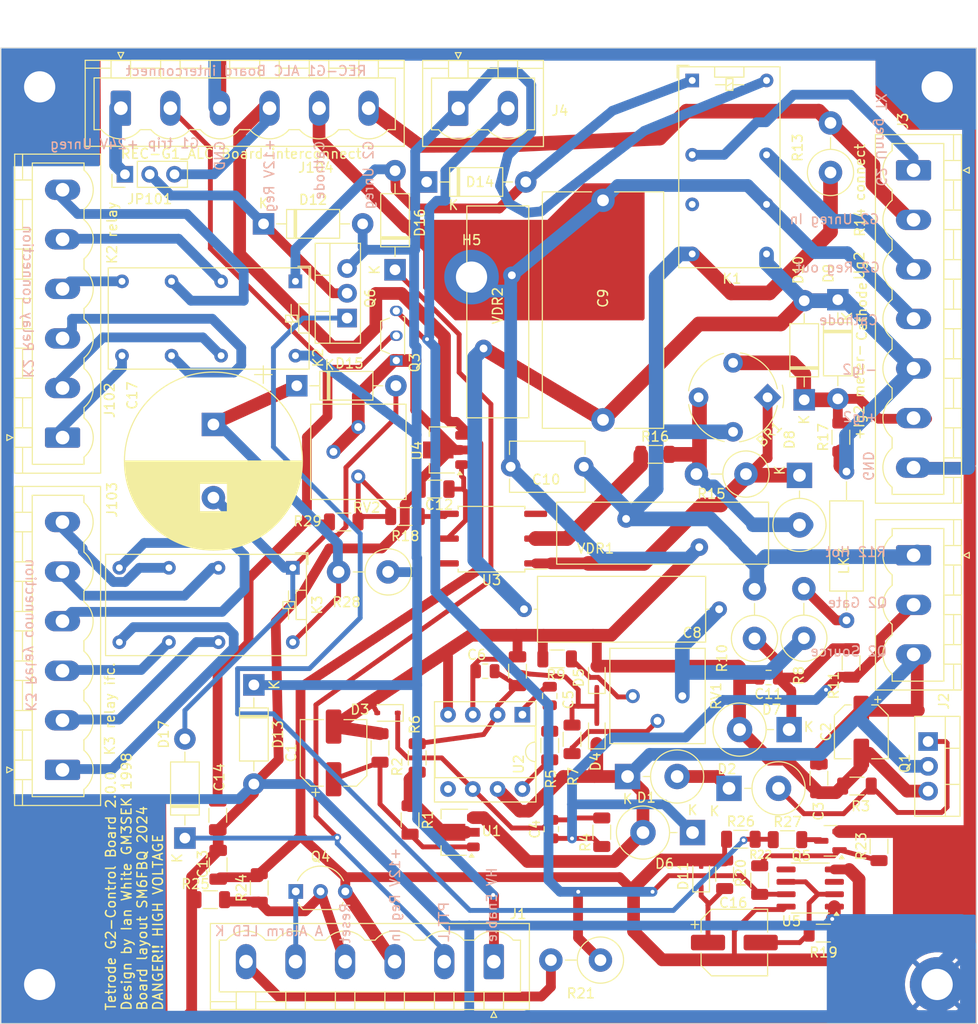
<source format=kicad_pcb>
(kicad_pcb (version 20240108) (generator "pcbnew") (generator_version "8.0")
  (title_block (title "G2 Gontrol Board") (date "2024-02-01") (rev "1.0") (company "SM6FBQ"))
  (layers (0 "F.Cu" signal) (31 "B.Cu" signal) (34 "B.Paste" user) (35 "F.Paste" user) (36 "B.SilkS" user "B.Silkscreen") (37 "F.SilkS" user "F.Silkscreen") (38 "B.Mask" user) (39 "F.Mask" user) (44 "Edge.Cuts" user))
  (net 0 "")
  (net 1 "+5V")
  (net 2 "GNDPWR")
  (net 3 "Net-(BR1-+)")
  (net 4 "Net-(D11-K)")
  (net 5 "+Ig2")
  (net 6 "Net-(BR1--)")
  (net 7 "/R12")
  (net 8 "Net-(U1-ADJ)")
  (net 9 "Net-(D14-A)")
  (net 10 "PTT_L")
  (net 11 "ALARM_LED_CATHODE")
  (net 12 "ALARM_LED_ANODE")
  (net 13 "CATHODE")
  (net 14 "Net-(Q5-B)")
  (net 15 "Net-(Q5-C)")
  (net 16 "Net-(R18-Pad1)")
  (net 17 "Net-(R18-Pad2)")
  (net 18 "/+30V rail")
  (net 19 "Net-(D3-K)")
  (net 20 "Net-(C5-Pad1)")
  (net 21 "Net-(C5-Pad2)")
  (net 24 "Net-(D4-A)")
  (net 25 "Net-(U2--)")
  (net 26 "Net-(D7-K)")
  (net 27 "+12V REG IN")
  (net 28 "G1 trip in")
  (net 29 "Net-(U5-THR)")
  (net 30 "-Ig2")
  (net 31 "+12{slash}24V HV ENABLE")
  (net 32 "G2-REG-OUT")
  (net 33 "G2 UNREG IN")
  (net 34 "G2 UNREG TX IN")
  (net 36 "Net-(D2-A)")
  (net 37 "Net-(Q6-G)")
  (net 38 "Net-(U1-VO)")
  (net 39 "Net-(U2-FC)")
  (net 40 "Net-(R7-Pad1)")
  (net 41 "Net-(C8-Pad1)")
  (net 42 "Net-(LK3-A)")
  (net 43 "Net-(R9-Pad2)")
  (net 44 "Net-(R16-Pad1)")
  (net 45 "Aux trip in")
  (net 48 "Net-(D1-A)")
  (net 50 "RESET-A")
  (net 51 "Net-(D15-K)")
  (net 52 "Net-(D15-A)")
  (net 53 "Net-(J102-Pin_1)")
  (net 54 "Net-(J102-Pin_2)")
  (net 55 "Net-(J102-Pin_3)")
  (net 56 "Net-(J102-Pin_4)")
  (net 57 "Net-(J102-Pin_5)")
  (net 58 "Net-(J102-Pin_6)")
  (net 59 "Net-(J103-Pin_1)")
  (net 60 "Net-(J103-Pin_2)")
  (net 61 "Net-(J103-Pin_3)")
  (net 62 "Net-(J103-Pin_4)")
  (net 63 "Net-(J103-Pin_5)")
  (net 64 "Net-(J103-Pin_6)")
  (net 65 "/Q2G")
  (net 66 "Net-(D12-K)")
  (net 67 "+24V Unreg in")
  (footprint "Diode_THT:D_DO-201_P5.08mm_Vertical_KathodeUp" (layer "F.Cu") (at 160.828213 109.876069 180)
    (property "Reference" "D7")
    (property "Value" "BZT03C82")
  )
  (footprint "Resistor_SMD:R_1206_3216Metric" (layer "F.Cu") (at 101.489272 127.30727)
    (property "Reference" "R25")
    (property "Value" "10k")
  )
  (footprint "Diode_SMD:D_SOD-323" (layer "F.Cu") (at 119.655713 108.166069 180)
    (property "Reference" "D3")
    (property "Value" "1N4148WS")
  )
  (footprint "Package_TO_SOT_THT:TO-220-3_Vertical" (layer "F.Cu") (at 175.075 111.1 -90)
    (property "Reference" "Q1")
    (property "Value" "TIP122")
  )
  (footprint "Package_SO:SOIC-8_3.9x4.9mm_P1.27mm" (layer "F.Cu") (at 162.988213 126.116069 180)
    (property "Reference" "U5")
    (property "Value" "LMC555CMX")
  )
  (footprint "Diode_SMD:D_SOD-323" (layer "F.Cu") (at 141.113213 104.560069 90)
    (property "Reference" "D5")
    (property "Value" "1N4148WS")
  )
  (footprint "Capacitor_THT:C_Axial_L17.0mm_D6.5mm_P20.00mm_Horizontal" (layer "F.Cu") (at 153.653213 97.541069 180)
    (property "Reference" "C8")
    (property "Value" "4n7 630V")
  )
  (footprint "MountingHole:MountingHole_3.2mm_M3_DIN965_Pad" (layer "F.Cu") (at 176 44)
    (property "Reference" "H1" (hide yes))
    (property "Value" "MountingHole_Pad" (hide yes))
  )
  (footprint "MountingHole:MountingHole_3.2mm_M3_DIN965_Pad" (layer "F.Cu") (at 176 136)
    (property "Reference" "H4" (hide yes))
    (property "Value" "MountingHole_Pad" (hide yes))
  )
  (footprint "Capacitor_SMD:C_0805_2012Metric" (layer "F.Cu") (at 158.718213 104.541069 180)
    (property "Reference" "C11")
    (property "Value" "470n")
  )
  (footprint "Resistor_THT:R_Axial_DIN0309_L9.0mm_D3.2mm_P15.24mm_Horizontal" (layer "F.Cu") (at 166.708213 98.676069 90)
    (property "Reference" "LK3")
    (property "Value" "Jumper_2_Bridged")
  )
  (footprint "Package_TO_SOT_THT:TO-92_Inline_Wide" (layer "F.Cu") (at 110.252213 126.466069)
    (property "Reference" "Q4")
    (property "Value" "2N4403")
  )
  (footprint "Resistor_SMD:R_1206_3216Metric" (layer "F.Cu") (at 167.778213 115.666069)
    (property "Reference" "R3")
    (property "Value" "470R")
  )
  (footprint "Resistor_THT:R_Axial_DIN0414_L11.9mm_D4.5mm_P5.08mm_Vertical" (layer "F.Cu") (at 157.278213 100.531069 90)
    (property "Reference" "R10")
    (property "Value" "150k 1W [150k 1W]")
  )
  (footprint "Resistor_SMD:R_1206_3216Metric" (layer "F.Cu") (at 157.81 125.3 90)
    (property "Reference" "R22")
    (property "Value" "10k")
  )
  (footprint "Capacitor_SMD:C_1206_3216Metric" (layer "F.Cu") (at 132.985213 103.891069 90)
    (property "Reference" "C7" (hide yes))
    (property "Value" "100n")
  )
  (footprint "Resistor_SMD:R_1206_3216Metric" (layer "F.Cu") (at 118.888213 111.756069 -90)
    (property "Reference" "R2")
    (property "Value" "4k7")
  )
  (footprint "Resistor_SMD:R_1206_3216Metric" (layer "F.Cu") (at 154.218213 124.706069 90)
    (property "Reference" "R20")
    (property "Value" "100k")
  )
  (footprint "Capacitor_SMD:C_1206_3216Metric" (layer "F.Cu") (at 102.258213 118.666069 -90)
    (property "Reference" "C14")
    (property "Value" "100n")
  )
  (footprint "Diode_THT:D_DO-201_P5.08mm_Vertical_KathodeUp" (layer "F.Cu") (at 144.268213 114.686069)
    (property "Reference" "D1")
    (property "Value" "BZX55C15V")
  )
  (footprint "Diode_SMD:D_SOD-323" (layer "F.Cu") (at 141.113213 110.241069 90)
    (property "Reference" "D4")
    (property "Value" "1N4148WS")
  )
  (footprint "MountingHole:MountingHole_3.2mm_M3_DIN965_Pad" (layer "F.Cu") (at 84 136)
    (property "Reference" "H3" (hide yes))
    (property "Value" "MountingHole_Pad" (hide yes))
  )
  (footprint "Diode_THT:D_DO-41_SOD81_P10.16mm_Horizontal" (layer "F.Cu") (at 165.820213 65.818069 -90)
    (property "Reference" "D9")
    (property "Value" "1N4007")
  )
  (footprint "Resistor_SMD:R_1206_3216Metric" (layer "F.Cu") (at 160.658213 121.156069)
    (property "Reference" "R27")
    (property "Value" "10k")
  )
  (footprint "Diode_THT:D_DO-201_P5.08mm_Vertical_KathodeUp" (layer "F.Cu") (at 150.925 120.43 180)
    (property "Reference" "D6")
    (property "Value" "BZX55C12V")
  )
  (footprint "Package_TO_SOT_THT:TO-220-3_Vertical" (layer "F.Cu") (at 115.515213 67.696069 90)
    (property "Reference" "Q6")
    (property "Value" "IRF9530N")
  )
  (footprint "Capacitor_SMD:C_1206_3216Metric" (layer "F.Cu") (at 102.298213 123.731069 90)
    (property "Reference" "C13")
    (property "Value" "100n")
  )
  (footprint "Diode_THT:D_DO-41_SOD81_P10.16mm_Horizontal" (layer "F.Cu") (at 123.67 53.75)
    (property "Reference" "D14")
    (property "Value" "1N4007")
  )
  (footprint "Resistor_SMD:R_1206_3216Metric" (layer "F.Cu") (at 122.698213 112.781069 90)
    (property "Reference" "R6")
    (property "Value" "22k")
  )
  (footprint "Varistor:RV_Disc_D21.5mm_W6.1mm_P7.5mm" (layer "F.Cu") (at 129.503213 70.811069 90)
    (property "Reference" "VDR2")
    (property "Value" "V320LA40B [V320LA40B]")
  )
  (footprint "Capacitor_SMD:C_0805_2012Metric" (layer "F.Cu") (at 136.446963 120.081069 90)
    (property "Reference" "C4")
    (property "Value" "10n")
  )
  (footprint "Resistor_THT:R_Axial_DIN0414_L11.9mm_D4.5mm_P5.08mm_Vertical" (layer "F.Cu") (at 156.403213 83.686069 180)
    (property "Reference" "R15")
    (property "Value" "82R 1W [82R 1W]")
  )
  (footprint "Diode_THT:D_DO-41_SOD81_P10.16mm_Horizontal" (layer "F.Cu") (at 105.958213 105.296069 -90)
    (property "Reference" "D13")
    (property "Value" "1N4007")
  )
  (footprint "Relay_THT:Relay_DPDT_Omron_G5V-2" (layer "F.Cu") (at 150.892213 43.344569)
    (property "Reference" "K1")
    (property "Value" "SMI-12VDC-SL-2C")
  )
  (footprint "Diode_SMD:D_SOD-323" (layer "F.Cu") (at 151.81 124.8975 90)
    (property "Reference" "D11")
    (property "Value" "1N4148WS")
  )
  (footprint "Diode_THT:D_DO-41_SOD81_P10.16mm_Horizontal" (layer "F.Cu") (at 162.373013 76.078069 90)
    (property "Reference" "D10")
    (property "Value" "1N4007")
  )
  (footprint "Capacitor_THT:C_Rect_L24.0mm_W12.2mm_P22.50mm_MKT" (layer "F.Cu") (at 141.748213 78.131069 90)
    (property "Reference" "C9")
    (property "Value" "100n 1kV")
  )
  (footprint "Resistor_SMD:R_1206_3216Metric" (layer "F.Cu") (at 141.621963 120.396069 -90)
    (property "Reference" "R4")
    (property "Value" "39k")
  )
  (footprint "Connector_Phoenix_MSTB:PhoenixContact_MSTBVA_2,5_6-G-5,08_1x06_P5.08mm_Vertical" (layer "F.Cu") (at 130.55 133.66 180)
    (property "Reference" "J1")
    (property "Value" "Conn_01x06_Pin")
  )
  (footprint "Resistor_SMD:R_1206_3216Metric" (layer "F.Cu") (at 138.573213 110.876069 90)
    (property "Reference" "R7")
    (property "Value" "22k")
  )
  (footprint "Capacitor_SMD:C_0805_2012Metric" (layer "F.Cu") (at 129.683213 103.891069)
    (property "Reference" "C6")
    (property "Value" "33p")
  )
  (footprint "Resistor_SMD:R_1206_3216Metric" (layer "F.Cu") (at 164.338213 130.736069)
    (property "Reference" "R19")
    (property "Value" "1M")
  )
  (footprint "Capacitor_SMD:CP_Elec_6.3x5.7" (layer "F.Cu") (at 155.210213 131.704069)
    (property "Reference" "C16")
    (property "Value" "100u 16V")
  )
  (footprint "Resistor_THT:R_Axial_DIN0414_L11.9mm_D4.5mm_P5.08mm_Vertical" (layer "F.Cu") (at 165.068213 52.776069 90)
    (property "Reference" "R13")
    (property "Value" "10k 2W typ")
  )
  (footprint "Package_TO_SOT_THT:TO-92S_Wide" (layer "F.Cu") (at 120.558213 72.046069 90)
    (property "Reference" "Q3")
    (property "Value" "2N5061")
  )
  (footprint "Capacitor_SMD:C_1206_3216Metric" (layer "F.Cu") (at 124.478213 85.226069 180)
    (property "Reference" "C12")
    (property "Value" "10u")
  )
  (footprint "Resistor_SMD:R_1206_3216Metric" (layer "F.Cu") (at 136.287213 111.511069 -90)
    (property "Reference" "R5")
    (property "Value" "2k7")
  )
  (footprint "Connector_Phoenix_MSTB:PhoenixContact_MSTBVA_2,5_3-G-5,08_1x03_P5.08mm_Vertical" (layer "F.Cu") (at 173.5875 92.01 -90)
    (property "Reference" "J2")
    (property "Value" "Q2_link")
  )
  (footprint "Connector_Phoenix_MSTB:PhoenixContact_MSTBVA_2,5_6-G-5,08_1x06_P5.08mm_Vertical" (layer "F.Cu") (at 92.318213 46.186069)
    (property "Reference" "J104")
    (property "Value" "Board Interconnect ")
  )
  (footprint "Diode_THT:Diode_Bridge_Round_D9.0mm" (layer "F.Cu") (at 158.618747 75.824069 -135)
    (property "Reference" "BR1")
    (property "Value" "2W06")
  )
  (footprint "Resistor_THT:R_Axial_DIN0414_L11.9mm_D4.5mm_P5.08mm_Vertical" (layer "F.Cu") (at 141.485 133.5 180)
    (property "Reference" "R21")
    (property "Value" "470R 1W")
  )
  (footprint "MountingHole:MountingHole_3.2mm_M3_DIN965_Pad" (layer "F.Cu") (at 84 44)
    (property "Reference" "H2" (hide yes))
    (property "Value" "MountingHole_Pad" (hide yes))
  )
  (footprint "Capacitor_SMD:C_1206_3216Metric" (layer "F.Cu") (at 163.878213 114.866069 -90)
    (property "Reference" "C3")
    (property "Value" "100n")
  )
  (footprint "Resistor_SMD:R_1206_3216Metric" (layer "F.Cu") (at 170.04 121.84 90)
    (property "Reference" "R23")
    (property "Value" "10k")
  )
  (footprint "Resistor_SMD:R_1206_3216Metric" (layer "F.Cu") (at 166.132213 79.916069 90)
    (property "Reference" "R17")
    (property "Value" "Meter shunt")
  )
  (footprint "Diode_THT:D_DO-41_SOD81_P10.16mm_Horizontal" (layer "F.Cu") (at 106.950213 58.044069)
    (property "Reference" "D12")
    (property "Value" "1N4007")
  )
  (footprint "Resistor_SMD:R_1206_3216Metric" (layer "F.Cu") (at 167.178213 103.046069 90)
    (property "Reference" "R11")
    (property "Value" "82k")
  )
  (footprint "Connector_Phoenix_MSTB:PhoenixContact_MSTBVA_2,5_2-G-5,08_1x02_P5.08mm_Vertical" (layer "F.Cu") (at 126.91 46.2025)
    (property "Reference" "J4")
    (property "Value" "Conn_01x05_Pin")
  )
  (footprint "Connector_Phoenix_MSTB:PhoenixContact_MSTBVA_2,5_6-G-5,08_1x06_P5.08mm_Vertical" (layer "F.Cu") (at 86.338213 114.004069 90)
    (property "Reference" "J103")
    (property "Value" "Conn_01x06_Pin")
  )
  (footprint "Diode_THT:D_DO-201_P5.08mm_Vertical_KathodeUp" (layer "F.Cu") (at 161.888213 83.821069 -90)
    (property "Reference" "D8")
    (property "Value" "1N5337B")
  )
  (footprint "Capacitor_SMD:C_0805_2012Metric" (layer "F.Cu") (at 136.287213 106.431069 90)
    (property "Reference" "C5")
    (property "Value" "33p")
  )
  (footprint "Diode_THT:D_DO-41_SOD81_P10.16mm_Horizontal" (layer "F.Cu") (at 110.358213 74.636069)
    (property "Reference" "D15")
    (property "Value" "1N4007")
  )
  (footprint "Resistor_THT:R_Axial_DIN0414_L11.9mm_D4.5mm_P5.08mm_Vertical" (layer "F.Cu") (at 119.723213 93.716069 180)
    (property "Reference" "R28")
    (property "Value" "82 2W")
  )
  (footprint "Package_SO:SOP-6_6.62x6.62mm_P2.54mm" (layer "F.Cu") (at 130.318213 89.032069 180)
    (property "Reference" "U3")
    (property "Value" "4N36")
  )
  (footprint "Resistor_SMD:R_1206_3216Metric" (layer "F.Cu") (at 121.448213 88.036069)
    (property "Reference" "R18")
    (property "Value" "220R")
  )
  (footprint "Package_TO_SOT_SMD:SOT-89-3" (layer "F.Cu") (at 126.508213 120.401069 180)
    (property "Reference" "U1")
    (property "Value" "LM317L_SOT-89")
  )
  (footprint "Diode_THT:D_DO-41_SOD81_P10.16mm_Horizontal" (layer "F.Cu") (at 120.43 62.75 90)
    (property "Reference" "D16")
    (property "Value" "1N4007")
  )
  (footprint "Connector_PinHeader_2.54mm:PinHeader_1x03_P2.54mm_Vertical" (layer "F.Cu") (at 92.741213 52.964069 90)
    (property "Reference" "JP101")
    (property "Value" "Relay voltage")
  )
  (footprint "Connector_Phoenix_MSTB:PhoenixContact_MSTBVA_2,5_7-G-5,08_1x07_P5.08mm_Vertical" (layer "F.Cu") (at 173.581789 52.548877 -90)
    (property "Reference" "J3")
    (property "Value" "Conn_01x07_Pin")
  )
  (footprint "Resistor_SMD:R_1206_3216Metric" (layer "F.Cu") (at 115.168213 88.596069 180)
    (property "Reference" "R29")
    (property "Value" "10k")
  )
  (footprint "Package_DIP:DIP-8_W7.62mm_Socket" (layer "F.Cu") (at 133.483213 108.346069 -90)
    (property "Reference" "U2")
    (property "Value" "748")
  )
  (footprint "Relay_THT:Relay_DPDT_Omron_G5V-2" (layer "F.Cu") (at 110.219713 63.933569 -90)
    (property "Reference" "K2")
    (property "Value" "SMI-12VDC-SL-2C")
  )
  (footprint "Resistor_SMD:R_1206_3216Metric" (layer "F.Cu") (at 155.878213 121.116069)
    (property "Reference" "R26")
    (property "Value" "10k")
  )
  (footprint "Connector_Phoenix_MSTB:PhoenixContact_MSTBVA_2,5_6-G-5,08_1x06_P5.08mm_Vertical" (layer "F.Cu") (at 86.348213 79.946069 90)
    (property "Reference" "J102")
    (property "Value" "Conn_01x06_Pin")
  )
  (footprint "Package_TO_SOT_SMD:SOT-23" (layer "F.Cu") (at 165.058213 121.276069 180)
    (property "Reference" "Q5")
    (property "Value" "BC847")
  )
  (footprint "Relay_THT:Relay_DPDT_Omron_G5V-2" (layer "F.Cu") (at 109.948213 93.296069 -90)
    (property "Reference" "K3")
    (property "Value" "SMI-12VDC-SL-2C")
  )
  (footprint "Capacitor_THT:C_Disc_D7.5mm_W5.0mm_P7.50mm" (layer "F.Cu") (at 139.783213 82.936069 180)
    (property "Reference" "C10")
    (property "Value" "10n 1kV")
  )
  (footprint "Resistor_SMD:R_1206_3216Metric" (layer "F.Cu") (at 106.508213 126.106069 90)
    (property "Reference" "R24")
    (property "Value" "10k")
  )
  (footprint "Capacitor_SMD:CP_Elec_5x5.4" (layer "F.Cu") (at 168.228213 110.106069 -90)
    (property "Reference" "C2")
    (property "Value" "10u 50V")
  )
  (footprint "Resistor_SMD:R_1206_3216Metric" (layer "F.Cu") (at 137.043213 102.631069)
    (property "Reference" "R9")
    (property "Value" "27k [27k]")
  )
  (footprint "Potentiometer_THT:Potentiometer_Bourns_3386P_Vertical" (layer "F.Cu") (at 144.796213 106.446069 -90)
    (property "Reference" "RV1")
    (property "Value" "10k")
  )
  (footprint "Capacitor_THT:CP_Radial_D18.0mm_P7.50mm" (layer "F.Cu") (at 101.81 78.60222 -90)
    (property "Reference" "C17")
    (property "Value" "2200u 50V")
  )
  (footprint "MountingHole:MountingHole_3.2mm_M3_DIN965_Pad" (layer "F.Cu") (at 128.27 63.5)
    (property "Reference" "H5")
    (property "Value" "MountingHole_Pad")
  )
  (footprint "Diode_THT:D_DO-41_SOD81_P10.16mm_Horizontal" (layer "F.Cu") (at 98.888213 120.996069 90)
    (property "Reference" "D17")
    (property "Value" "1N4007")
  )
  (footprint "Resistor_SMD:R_1206_3216Metric" (layer "F.Cu") (at 147.082213 81.666069)
    (property "Reference" "R16")
    (property "Value" "1k5")
  )
  (footprint "Varistor:RV_Disc_D21.5mm_W6.1mm_P7.5mm" (layer "F.Cu") (at 144.114213 88.282069)
    (property "Reference" "VDR1")
    (property "Value" "V320LA40B")
  )
  (footprint "Package_TO_SOT_SMD:SOT-89-3" (layer "F.Cu") (at 125.298213 81.216069 180)
    (property "Reference" "U4")
    (property "Value" "78L05")
  )
  (footprint "Capacitor_SMD:CP_Elec_6.3x5.7" (layer "F.Cu") (at 114.128213 112.266069 90)
    (property "Reference" "C1")
    (property "Value" "100u 16V")
  )
  (footprint "Resistor_SMD:R_1206_3216Metric" (layer "F.Cu") (at 121.968213 119.131069 -90)
    (property "Reference" "R1")
    (property "Value" "270R")
  )
  (footprint "Potentiometer_THT:Potentiometer_Bourns_3386P_Vertical" (layer "F.Cu") (at 116.658213 78.866069 180)
    (property "Reference" "RV2")
    (property "Value" "500R")
  )
  (footprint "Diode_THT:D_DO-201_P5.08mm_Vertical_KathodeUp" (layer "F.Cu") (at 154.663213 115.896069)
    (property "Reference" "D2")
    (property "Value" "BZX55C15V")
  )
  (footprint "Resistor_THT:R_Axial_DIN0414_L11.9mm_D4.5mm_P5.08mm_Vertical" (layer "F.Cu") (at 162.336213 100.514069 90)
    (property "Reference" "R8")
    (property "Value" "470k 1W")
  )
  (gr_rect (start 80.026213 40.010069) (end 180.017449 140.001305) (stroke (width 0.1)) (fill none) (layer "Edge.Cuts"))
  (gr_text "-Ig2" (at 169.948213 73.556069 0) (layer "B.SilkS") (effects (font (size 1 1)) (justify left bottom mirror)))
  (gr_text "Q2 Source" (at 170.958213 102.446069 0) (layer "B.SilkS") (effects (font (size 1 1)) (justify left bottom mirror)))
  (gr_text "Q2 Gate" (at 170.978213 97.456069 0) (layer "B.SilkS") (effects (font (size 1 1)) (justify left bottom mirror)))
  (gr_text "HV Enable" (at 130.938213 123.916069 90) (layer "B.SilkS") (effects (font (size 1 1)) (justify left bottom mirror)))
  (gr_text "+12V Reg In" (at 121.018213 121.896069 90) (layer "B.SilkS") (effects (font (size 1 1)) (justify left bottom mirror)))
  (gr_text "Reset" (at 115.908213 127.556069 90) (layer "B.SilkS") (effects (font (size 1 1)) (justify left bottom mirror)))
  (gr_text "PTT_L" (at 126.028213 127.436069 90) (layer "B.SilkS") (effects (font (size 1 1)) (justify left bottom mirror)))
  (gr_text "+12V Reg" (at 108.128213 49.246069 90) (layer "B.SilkS") (effects (font (size 1 1)) (justify left bottom mirror)))
  (gr_text "Cathode" (at 170.038213 68.496069 0) (layer "B.SilkS") (effects (font (size 1 1)) (justify left bottom mirror)))
  (gr_text "GND" (at 168.328213 84.486069 -90) (layer "B.SilkS") (effects (font (size 1 1)) (justify left bottom mirror)))
  (gr_text "GND" (at 103.058213 49.436069 90) (layer "B.SilkS") (effects (font (size 1 1)) (justify left bottom mirror)))
  (gr_text "K2 Relay connection" (at 82.208213 73.946069 -90) (layer "B.SilkS") (effects (font (size 1 1)) (justify left bottom mirror)))
  (gr_text "G1 trip" (at 100.458213 50.376069 0) (layer "B.SilkS") (effects (font (size 1 1)) (justify left bottom mirror)))
  (gr_text "+Ig2" (at 169.998213 78.426069 0) (layer "B.SilkS") (effects (font (size 1 1)) (justify left bottom mirror)))
  (gr_text "G2 Unreg In" (at 170.158213 58.146069 0) (layer "B.SilkS") (effects (font (size 1 1)) (justify left bottom mirror)))
  (gr_text "REC-G1 ALC Board interconnect" (at 117.598213 42.946069 0) (layer "B.SilkS") (effects (font (size 1 1)) (justify left bottom mirror)))
  (gr_text "+24V Unreg" (at 94.258213 50.456069 0) (layer "B.SilkS") (effects (font (size 1 1)) (justify left bottom mirror)))
  (gr_text "A Alarm LED K" (at 113.158213 131.116069 0) (layer "B.SilkS") (effects (font (size 1 1)) (justify left bottom mirror)))
  (gr_text "G2 Unreg TX" (at 169.658213 54.306069 -90) (layer "B.SilkS") (effects (font (size 1 1)) (justify left bottom mirror)))
  (gr_text "K3 Relay connection" (at 82.488213 108.126069 270) (layer "B.SilkS") (effects (font (size 1 1)) (justify left bottom mirror)))
  (gr_text "G2 Reg out" (at 170.228213 63.096069 0) (layer "B.SilkS") (effects (font (size 1 1)) (justify left bottom mirror)))
  (gr_text "Cathode" (at 113.268213 49.436069 90) (layer "B.SilkS") (effects (font (size 1 1)) (justify left bottom mirror)))
  (gr_text "R12 Hot" (at 170.858213 92.256069 0) (layer "B.SilkS") (effects (font (size 1 1)) (justify left bottom mirror)))
  (gr_text "G2 Unreg" (at 118.288213 49.416069 90) (layer "B.SilkS") (effects (font (size 1 1)) (justify left bottom mirror)))
  (gr_text "K2 relay" (at 92.008213 62.256069 90) (layer "F.SilkS") (effects (font (size 1 1)) (justify left bottom)))
  (gr_text "Tetrode G2-Control Board 2.0.0\nDesign by Ian White GM3SEK 1998\nBoard layout SM6FBQ 2024\nDANGER!! HIGH VOLTAGE" (at 96.71 138.76 90) (layer "F.SilkS") (effects (font (size 1 1)) (justify left bottom)))
  (gr_text "K3 relay ifc." (at 91.78 112.61 90) (layer "F.SilkS") (effects (font (size 1 1)) (justify left bottom)))
  (gr_text "Ug2" (at 168.614213 63.887669 90) (layer "F.SilkS") (effects (font (size 1 1)) (justify left bottom)))
  (gr_text "+Ig2 meter-" (at 168.614213 80.296069 90) (layer "F.SilkS") (effects (font (size 1 1)) (justify left bottom)))
  (gr_text "Cathode" (at 168.868213 70.136069 90) (layer "F.SilkS") (effects (font (size 1 1)) (justify left bottom)))
  (gr_text "R14 connect" (at 168.665013 59.468069 90) (layer "F.SilkS") (effects (font (size 1 1)) (justify left bottom)))
  (gr_text "REC-G1_ALC Board interconnect" (at 92.218213 51.440069 0) (layer "F.SilkS") (effects (font (size 1 1)) (justify left bottom)))
  (segment (start 127.648213 85.456069) (end 127.468213 85.276069) (width 0.5) (layer "F.Cu") (net 1))
  (segment (start 127.248213 83.896069) (end 127.248213 82.716069) (width 0.5) (layer "F.Cu") (net 1))
  (segment (start 127.468213 84.116069) (end 127.248213 83.896069) (width 0.5) (layer "F.Cu") (net 1))
  (segment (start 127.468213 85.276069) (end 127.468213 84.116069) (width 0.5) (layer "F.Cu") (net 1))
  (segment (start 125.793213 90.302069) (end 127.648213 88.447069) (width 0.5) (layer "F.Cu") (net 1))
  (segment (start 125.953213 85.226069) (end 127.418213 85.226069) (width 0.5) (layer "F.Cu") (net 1))
  (segment (start 127.418213 85.226069) (end 127.468213 85.276069) (width 0.5) (layer "F.Cu") (net 1))
  (segment (start 127.648213 88.447069) (end 127.648213 85.456069) (width 0.5) (layer "F.Cu") (net 1))
  (segment (start 105.998213 115.456069) (end 108.498213 112.956069) (width 1) (layer "F.Cu") (net 2))
  (segment (start 178.648695 139.351305) (end 175.024074 139.351305) (width 1.3) (layer "F.Cu") (net 2))
  (segment (start 110.94 95.92) (end 113.693931 91.306069) (width 1) (layer "F.Cu") (net 2))
  (segment (start 102.478213 46.186069) (end 102.478213 40.670069) (width 1.3) (layer "F.Cu") (net 2))
  (segment (start 179.057678 120.326069) (end 179.367449 120.016298) (width 1.3) (layer "F.Cu") (net 2))
  (segment (start 121.428213 86.801069) (end 123.003213 85.226069) (width 1) (layer "F.Cu") (net 2))
  (segment (start 102.298213 122.256069) (end 102.298213 120.181069) (width 1.1) (layer "F.Cu") (net 2))
  (segment (start 179.356918 86.335411) (end 179.356918 83.207411) (width 1.3) (layer "F.Cu") (net 2))
  (segment (start 174.970756 83.099833) (end 179.24934 83.099833) (width 1.3) (layer "F.Cu") (net 2))
  (segment (start 84.344213 40.560069) (end 84.344213 44.074069) (width 1.1) (layer "F.Cu") (net 2))
  (segment (start 171.762213 40.560069) (end 175.022213 43.820069) (width 1.1) (layer "F.Cu") (net 2))
  (segment (start 116.658213 78.866069) (end 114.118213 81.406069) (width 1.3) (layer "F.Cu") (net 2))
  (segment (start 179.24934 83.099833) (end 179.356918 83.207411) (width 1.3) (layer "F.Cu") (net 2))
  (segment (start 113.693931 91.306069) (end 119.074355 91.306069) (width 1) (layer "F.Cu") (net 2))
  (segment (start 179.360941 138.639059) (end 178.648695 139.351305) (width 1.3) (layer "F.Cu") (net 2))
  (segment (start 102.478213 40.670069) (end 102.468213 40.660069) (width 1.3) (layer "F.Cu") (net 2))
  (segment (start 108.498213 112.956069) (end 108.19 98.82) (width 1) (layer "F.Cu") (net 2))
  (segment (start 165.243213 129.291069) (end 165.463213 129.511069) (width 1.3) (layer "F.Cu") (net 2))
  (segment (start 178.070213 40.772069) (end 175.022213 43.820069) (width 1.3) (layer "F.Cu") (net 2))
  (segment (start 116.658213 75.667641) (end 116.658213 78.866069) (width 1.3) (layer "F.Cu") (net 2))
  (segment (start 105.958213 116.314927) (end 105.958213 115.456067) (width 1) (layer "F.Cu") (net 2))
  (segment (start 175.024074 139.351305) (end 175.019231 139.346462) (width 1.3) (layer "F.Cu") (net 2))
  (segment (start 122.5 77.127056) (end 122.5 72.046069) (width 1) (layer "F.Cu") (net 2))
  (segment (start 126.113213 81.216069) (end 127.160713 81.216069) (width 1) (layer "F.Cu") (net 2))
  (segment (start 165.463213 128.021069) (end 165.463213 129.071069) (width 1.3) (layer "F.Cu") (net 2))
  (segment (start 165.463213 129.511069) (end 165.463213 130.398569) (width 1.3) (layer "F.Cu") (net 2))
  (segment (start 165.463213 130.398569) (end 165.800713 130.736069) (width 1.3) (layer "F.Cu") (net 2))
  (segment (start 123.003213 85.226069) (end 123.003213 84.326069) (width 1) (layer "F.Cu") (net 2))
  (segment (start 108.19 98.82) (end 110.94 95.92) (width 1) (layer "F.Cu") (net 2))
  (segment (start 178.070213 40.772069) (end 179.367449 42.069305) (width 1.3) (layer "F.Cu") (net 2))
  (segment (start 123.003213 84.326069) (end 126.113213 81.216069) (width 1) (layer "F.Cu") (net 2))
  (segment (start 165.463213 129.071069) (end 165.243213 129.291069) (width 1.3) (layer "F.Cu") (net 2))
  (segment (start 127.160713 81.216069) (end 126.589013 81.216069) (width 1) (layer "F.Cu") (net 2))
  (segment (start 126.589013 81.216069) (end 122.5 77.127056) (width 1) (layer "F.Cu") (net 2))
  (segment (start 99.584213 138.762249) (end 99 139.346462) (width 1.1) (layer "F.Cu") (net 2))
  (segment (start 120.279785 72.046069) (end 116.658213 75.667641) (width 1.3) (layer "F.Cu") (net 2))
  (segment (start 84.344213 40.560069) (end 171.762213 40.560069) (width 1.1) (layer "F.Cu") (net 2))
  (segment (start 119.074355 91.306069) (end 121.428213 88.952211) (width 1) (layer "F.Cu") (net 2))
  (segment (start 179.360941 86.520392) (end 179.360941 138.639059) (width 1.3) (layer "F.Cu") (net 2))
  (segment (start 99.584213 124.970069) (end 99.584213 138.762249) (width 1.1) (layer "F.Cu") (net 2))
  (segment (start 175.019231 139.346462) (end 99 139.346462) (width 1.3) (layer "F.Cu") (net 2))
  (segment (start 121.428213 88.952211) (end 121.428213 86.801069) (width 1) (layer "F.Cu") (net 2))
  (segment (start 80.576213 40.560069) (end 84.344213 40.560069) (width 1.1) (layer "F.Cu") (net 2))
  (segment (start 84.344213 138.308069) (end 84.344213 135.006069) (width 1.1) (layer "F.Cu") (net 2))
  (segment (start 105.958213 116.441069) (end 105.958213 115.456069) (width 1) (layer "F.Cu") (net 2))
  (segment (start 80.576213 137.588069) (end 80.576213 40.560069) (width 1.1) (layer "F.Cu") (net 2))
  (segment (start 120.558213 72.046069) (end 122.5 72.046069) (width 1.3) (layer "F.Cu") (net 2))
  (segment (start 82.334606 139.346462) (end 80.576213 137.588069) (width 1.1) (layer "F.Cu") (net 2))
  (segment (start 120.558213 72.046069) (end 120.279785 72.046069) (width 1.3) (layer "F.Cu") (net 2))
  (segment (start 165.995713 120.326069) (end 179.057678 120.326069) (width 1.3) (layer "F.Cu") (net 2))
  (segment (start 81.296213 138.308069) (end 80.576213 137.588069) (width 1.1) (layer "F.Cu") (net 2))
  (segment (start 102.298213 122.256069) (end 99.584213 124.970069) (width 1.1) (layer "F.Cu") (net 2))
  (segment (start 178.436213 40.772069) (end 178.070213 40.772069) (width 1.3) (layer "F.Cu") (net 2))
  (segment (start 84.344213 138.308069) (end 81.296213 138.308069) (width 1.1) (layer "F.Cu") (net 2))
  (segment (start 179.367449 120.016298) (end 179.367449 121) (width 1.3) (layer "F.Cu") (net 2))
  (segment (start 179.367449 42.069305) (end 179.367449 82.5) (width 1.3) (layer "F.Cu") (net 2))
  (segment (start 102.258213 120.141069) (end 105.958213 116.441069) (width 1) (layer "F.Cu") (net 2))
  (segment (start 99 139.346462) (end 82.334606 139.346462) (width 1.1) (layer "F.Cu") (net 2))
  (via (at 165.243213 129.291069) (size 0.8) (drill 0.4) (layers "F.Cu" "B.Cu") (net 2))
  (segment (start 80.767982 116.997763) (end 80.767982 138.417832) (width 1.3) (layer "B.Cu") (net 2))
  (segment (start 179.160931 132.339069) (end 179.367449 132.132551) (width 1.3) (layer "B.Cu") (net 2))
  (segment (start 177.943213 132.339069) (end 179.160931 132.339069) (width 1.3) (layer "B.Cu") (net 2))
  (segment (start 128.04 139.191305) (end 128.2 139.351305) (width 1) (layer "B.Cu") (net 2))
  (segment (start 105.958213 115.456069) (end 104.414282 117) (width 1) (layer "B.Cu") (net 2))
  (segment (start 128.2 139.351305) (end 134 139.351305) (width 1.3) (layer "B.Cu") (net 2))
  (segment (start 102.124213 40.660069) (end 80.676213 40.660069) (width 1.3) (layer "B.Cu") (net 2))
  (segment (start 165.243213 129.291069) (end 165.29 139.287121) (width 1) (layer "B.Cu") (net 2))
  (segment (start 104.414282 117) (end 80.676213 117) (width 1) (layer "B.Cu") (net 2))
  (segment (start 125.946792 129.96) (end 128.04 129.96) (width 1) (layer "B.Cu") (net 2))
  (segment (start 105.958213 115.456069) (end 111.442861 115.456069) (width 1) (layer "B.Cu") (net 2))
  (segment (start 177.943213 132.339069) (end 175.276213 135.006069) (width 1.3) (layer "B.Cu") (net 2))
  (segment (start 174.514213 40.660069) (end 174.514213 43.312069) (width 1.3) (layer "B.Cu") (net 2))
  (segment (start 165.29 139.287121) (end 178.36758 139.287121) (width 1.3) (layer "B.Cu") (net 2))
  (segment (start 174.514213 40.660069) (end 102.124213 40.660069) (width 1.3) (layer "B.Cu") (net 2))
  (segment (start 165.243213 129.291069) (end 178.513119 129.291069) (width 1) (layer "B.Cu") (net 2))
  (segment (start 179.367449 132.132551) (end 179.367449 132) (width 1.3) (layer "B.Cu") (net 2))
  (segment (start 133.951302 139.287121) (end 165.29 139.287121) (width 1.3) (layer "B.Cu") (net 2))
  (segment (start 101.946413 40.837869) (end 101.946413 46.106069) (width 1.3) (layer "B.Cu") (net 2))
  (segment (start 102.124213 40.660069) (end 101.946413 40.837869) (width 1.3) (layer "B.Cu") (net 2))
  (segment (start 178.436213 40.660069) (end 174.514213 40.660069) (width 1.3) (layer "B.Cu") (net 2))
  (segment (start 128.04 129.96) (end 128.04 139.191305) (width 1) (layer "B.Cu") (net 2))
  (segment (start 179.213484 41.43734) (end 178.436213 40.660069) (width 1.3) (layer "B.Cu") (net 2))
  (segment (start 128.04 129.96) (end 164.574282 129.96) (width 1) (layer "B.Cu") (net 2))
  (segment (start 174.970756 83.099833) (end 179.213484 83.099833) (width 1.3) (layer "B.Cu") (net 2))
  (segment (start 81.701455 139.351305) (end 128.2 139.351305) (width 1.3) (layer "B.Cu") (net 2))
  (segment (start 80.676213 40.660069) (end 80.676213 116.905994) (width 1.3) (layer "B.Cu") (net 2))
  (segment (start 164.574282 129.96) (end 165.243213 129.291069) (width 1) (layer "B.Cu") (net 2))
  (segment (start 178.990807 139.294146) (end 178.990807 133.449126) (width 1.3) (layer "B.Cu") (net 2))
  (segment (start 179.213484 83.099833) (end 179.213484 41.43734) (width 1.3) (layer "B.Cu") (net 2))
  (segment (start 111.442861 115.456069) (end 125.946792 129.96) (width 1) (layer "B.Cu") (net 2))
  (segment (start 80.676213 116.905994) (end 80.767982 116.997763) (width 1.3) (layer "B.Cu") (net 2))
  (segment (start 145.923704 92.842069) (end 140.224213 92.842069) (width 1.5) (layer "F.Cu") (net 3))
  (segment (start 134.843213 92.842069) (end 136.414213 92.842069) (width 1) (layer "F.Cu") (net 3))
  (segment (start 136.414213 92.842069) (end 140.224213 92.842069) (width 1.2) (layer "F.Cu") (net 3))
  (segment (start 153.821213 86.848069) (end 153.821213 86.594069) (width 1.5) (layer "F.Cu") (net 3))
  (segment (start 151.917704 86.848069) (end 145.923704 92.842069) (width 1.5) (layer "F.Cu") (net 3))
  (segment (start 153.821213 86.848069) (end 151.917704 86.848069) (width 1.5) (layer "F.Cu") (net 3))
  (segment (start 153.821213 86.594069) (end 156.717213 83.698069) (width 1.5) (layer "F.Cu") (net 3))
  (segment (start 162.322213 83.805069) (end 157.078213 83.805069) (width 1.5) (layer "F.Cu") (net 3))
  (segment (start 158.618747 82.050535) (end 158.618747 75.824069) (width 1) (layer "F.Cu") (net 3))
  (segment (start 158.618747 82.050535) (end 158.364747 82.050535) (width 1) (layer "F.Cu") (net 3))
  (segment (start 158.364747 82.050535) (end 156.717213 83.698069) (width 1) (layer "F.Cu") (net 3))
  (segment (start 152.510213 127.876569) (end 152.510213 127.630213) (width 0.5) (layer "F.Cu") (net 4))
  (segment (start 151.81 126.93) (end 151.81 125.9475) (width 0.5) (layer "F.Cu") (net 4))
  (segment (start 152.510213 127.876569) (end 152.510213 131.704069) (width 0.5) (layer "F.Cu") (net 4))
  (segment (start 152.510213 127.630213) (end 151.81 126.93) (width 0.5) (layer "F.Cu") (net 4))
  (segment (start 154.218213 126.168569) (end 152.510213 127.876569) (width 0.5) (layer "F.Cu") (net 4))
  (segment (start 165.820213 78.141569) (end 166.132213 78.453569) (width 1) (layer "F.Cu") (net 5))
  (segment (start 161.132679 72.288535) (end 155.083213 72.288535) (width 1.5) (layer "F.Cu") (net 5))
  (segment (start 162.322213 76.078069) (end 162.322213 73.478069) (width 1.5) (layer "F.Cu") (net 5))
  (segment (start 162.322213 73.478069) (end 161.132679 72.288535) (width 1.5) (layer "F.Cu") (net 5))
  (segment (start 165.820213 75.978069) (end 165.820213 78.141569) (width 1) (layer "F.Cu") (net 5))
  (segment (start 162.373013 76.078069) (end 165.720213 76.078069) (width 1.5) (layer "F.Cu") (net 5))
  (segment (start 170.019833 78.019833) (end 174.970756 78.019833) (width 1) (layer "F.Cu") (net 5))
  (segment (start 165.820213 75.978069) (end 167.978069 75.978069) (width 1) (layer "F.Cu") (net 5))
  (segment (start 167.978069 75.978069) (end 170.019833 78.019833) (width 1) (layer "F.Cu") (net 5))
  (segment (start 151.637213 81.412069) (end 151.637213 75.913603) (width 1.5) (layer "F.Cu") (net 6))
  (segment (start 151.637213 83.698069) (end 151.637213 81.412069) (width 1.5) (layer "F.Cu") (net 6))
  (segment (start 148.544713 81.666069) (end 151.383213 81.666069) (width 1.5) (layer "F.Cu") (net 6))
  (segment (start 151.383213 81.666069) (end 151.637213 81.412069) (width 1.5) (layer "F.Cu") (net 6))
  (segment (start 153.127099 84.846069) (end 157.166099 88.885069) (width 1.2) (layer "B.Cu") (net 6))
  (segment (start 162.576213 88.885069) (end 157.166099 88.885069) (width 1.5) (layer "B.Cu") (net 6))
  (segment (start 152.483213 84.846069) (end 151.323213 83.686069) (width 1.2) (layer "B.Cu") (net 6))
  (segment (start 153.127099 84.846069) (end 152.483213 84.846069) (width 1.2) (layer "B.Cu") (net 6))
  (segment (start 154.887644 65.12) (end 158.80693 65.12) (width 1.5) (layer "F.Cu") (net 7))
  (segment (start 165.068213 58.858717) (end 165.068213 52.776069) (width 1.5) (layer "F.Cu") (net 7))
  (segment (start 150.892213 61.124569) (end 154.887644 65.12) (width 1.5) (layer "F.Cu") (net 7))
  (segment (start 158.80693 65.12) (end 165.068213 58.858717) (width 1.5) (layer "F.Cu") (net 7))
  (segment (start 157.430327 93.05556) (end 155.304213 90.929446) (width 1.5) (layer "B.Cu") (net 7))
  (segment (start 147.196679 79.349816) (end 147.196679 85.199603) (width 1.5) (layer "B.Cu") (net 7))
  (segment (start 155.304213 90.84156) (end 152.744722 88.282069) (width 1.5) (layer "B.Cu") (net 7))
  (segment (start 157.518213 95.636069) (end 157.518213 93.05556) (width 1.5) (layer "B.Cu") (net 7))
  (segment (start 147.196679 63.517603) (end 149.589713 61.124569) (width 1.5) (layer "B.Cu") (net 7))
  (segment (start 155.083213 79.359603) (end 151.774906 79.359603) (width 1.5) (layer "B.Cu") (net 7))
  (segment (start 149.589713 61.124569) (end 150.892213 61.124569) (width 1.5) (layer "B.Cu") (net 7))
  (segment (start 157.518213 93.05556) (end 158.422704 92.151069) (width 1.5) (layer "B.Cu") (net 7))
  (segment (start 151.765119 79.349816) (end 147.196679 79.349816) (width 1.5) (layer "B.Cu") (net 7))
  (segment (start 144.114213 88.282069) (end 144.114213 87.267069) (width 1.5) (layer "B.Cu") (net 7))
  (segment (start 158.422704 92.151069) (end 173.475713 92.151069) (width 1.5) (layer "B.Cu") (net 7))
  (segment (start 152.744722 88.282069) (end 144.114213 88.282069) (width 1.5) (layer "B.Cu") (net 7))
  (segment (start 151.774906 79.359603) (end 151.765119 79.349816) (width 1.5) (layer "B.Cu") (net 7))
  (segment (start 173.475713 92.151069) (end 173.960713 91.666069) (width 1.5) (layer "B.Cu") (net 7))
  (segment (start 155.304213 90.929446) (end 155.304213 90.84156) (width 1.5) (layer "B.Cu") (net 7))
  (segment (start 147.196679 79.349816) (end 147.196679 63.517603) (width 1.5) (layer "B.Cu") (net 7))
  (segment (start 144.114213 87.267069) (end 139.783213 82.936069) (width 1.5) (layer "B.Cu") (net 7))
  (segment (start 147.196679 85.199603) (end 144.114213 88.282069) (width 1.5) (layer "B.Cu") (net 7))
  (segment (start 157.518213 93.05556) (end 157.430327 93.05556) (width 1.5) (layer "B.Cu") (net 7))
  (segment (start 118.888213 113.218569) (end 118.888213 117.513569) (width 0.5) (layer "F.Cu") (net 8))
  (segment (start 118.888213 113.218569) (end 114.128213 114.966069) (width 0.5) (layer "F.Cu") (net 8))
  (segment (start 123.275713 121.901069) (end 128.458213 121.901069) (width 0.5) (layer "F.Cu") (net 8))
  (segment (start 121.968213 120.593569) (end 123.275713 121.901069) (width 0.5) (layer "F.Cu") (net 8))
  (segment (start 118.888213 117.513569) (end 121.968213 120.593569) (width 0.5) (layer "F.Cu") (net 8))
  (segment (start 120.49 54.49) (end 122.46 56.46) (width 1) (layer "F.Cu") (net 9))
  (segment (start 120.43 52.59) (end 120.49 54.49) (width 1) (layer "F.Cu") (net 9))
  (segment (start 122.46 56.46) (end 131.12 56.46) (width 1) (layer "F.Cu") (net 9))
  (segment (start 131.12 56.46) (end 133.83 53.75) (width 1) (layer "F.Cu") (net 9))
  (segment (start 110.219713 60.616569) (end 118.380213 52.456069) (width 1) (layer "B.Cu") (net 9))
  (segment (start 133.83 53.75) (end 142.72 46.45) (width 1) (layer "B.Cu") (net 9))
  (segment (start 110.219713 63.933569) (end 110.219713 60.616569) (width 1) (layer "B.Cu") (net 9))
  (segment (start 142.72 46.45) (end 150.892213 43.344569) (width 1) (layer "B.Cu") (net 9))
  (segment (start 118.380213 52.456069) (end 120.412213 52.456069) (width 1) (layer "B.Cu") (net 9))
  (segment (start 127 73.267856) (end 127 69.37) (width 0.5) (layer "F.Cu") (net 10))
  (segment (start 130.260213 94.564069) (end 130.260213 76.528069) (width 0.5) (layer "F.Cu") (net 10))
  (segment (start 120.43 62.8) (end 120.43 62.75) (width 0.5) (layer "F.Cu") (net 10))
  (segment (start 130.260213 76.528069) (end 127 73.267856) (width 0.5) (layer "F.Cu") (net 10))
  (segment (start 112.32 118.766069) (end 112.32 107.334282) (width 0.5) (layer "F.Cu") (net 10))
  (segment (start 112.32 107.334282) (end 130.260213 94.564069) (width 0.5) (layer "F.Cu") (net 10))
  (segment (start 114.5 120.946069) (end 112.32 118.766069) (width 0.5) (layer "F.Cu") (net 10))
  (segment (start 127 69.37) (end 120.43 62.8) (width 0.5) (layer "F.Cu") (net 10))
  (via (at 114.5 120.946069) (size 0.8) (drill 0.4) (layers "F.Cu" "B.Cu") (net 10))
  (segment (start 98.888213 120.996069) (end 114.45 120.996069) (width 0.5) (layer "B.Cu") (net 10))
  (segment (start 114.45 120.996069) (end 114.5 120.946069) (width 0.5) (layer "B.Cu") (net 10))
  (segment (start 125.492213 132.542213) (end 114.5 121.55) (width 0.5) (layer "B.Cu") (net 10))
  (segment (start 125.492213 133.946069) (end 125.492213 132.542213) (width 0.5) (layer "B.Cu") (net 10))
  (segment (start 114.5 121.55) (end 114.5 120.946069) (width 0.5) (layer "B.Cu") (net 10))
  (segment (start 135.428213 137.23) (end 136.405 136.253213) (width 1) (layer "F.Cu") (net 11))
  (segment (start 105.172213 133.946069) (end 108.456144 137.23) (width 1) (layer "F.Cu") (net 11))
  (segment (start 136.405 136.253213) (end 136.405 133.5) (width 1) (layer "F.Cu") (net 11))
  (segment (start 108.456144 137.23) (end 135.428213 137.23) (width 1) (layer "F.Cu") (net 11))
  (segment (start 110.252213 133.946069) (end 110.252213 126.466069) (width 0.5) (layer "B.Cu") (net 12))
  (segment (start 135.580713 102.631069) (end 135.580713 100.279569) (width 1) (layer "F.Cu") (net 13))
  (segment (start 142.588213 100.208069) (end 144.200213 98.596069) (width 1.3) (layer "F.Cu") (net 13))
  (segment (start 132.858213 100.208069) (end 135.652213 100.208069) (width 1.3) (layer "F.Cu") (net 13))
  (segment (start 172.902144 116.18) (end 175.075 116.18) (width 1.3) (layer "F.Cu") (net 13))
  (segment (start 144.200213 98.596069) (end 151.614213 91.182069) (width 1.3) (layer "F.Cu") (net 13))
  (segment (start 121.55137 58.34) (end 127.432144 58.34) (width 1.3) (layer "F.Cu") (net 13))
  (segment (start 169.028213 112.306069) (end 172.902144 116.18) (width 1.3) (layer "F.Cu") (net 13))
  (segment (start 135.580713 100.279569) (end 135.652213 100.208069) (width 1) (layer "F.Cu") (net 13))
  (segment (start 163.878213 116.341069) (end 165.640713 116.341069) (width 1.3) (layer "F.Cu") (net 13))
  (segment (start 158.780213 112.908069) (end 155.748213 109.876069) (width 1.3) (layer "F.Cu") (net 13))
  (segment (start 155.748213 109.876069) (end 155.748213 104.52) (width 1.3) (layer "F.Cu") (net 13))
  (segment (start 168.228213 112.306069) (end 168.228213 113.753569) (width 1.3) (layer "F.Cu") (net 13))
  (segment (start 117.968369 107.018369) (end 114.128213 109.566069) (width 1.3) (layer "F.Cu") (net 13))
  (segment (start 127.432144 58.34) (end 132.403213 63.311069) (width 1.3) (layer "F.Cu") (net 13))
  (segment (start 163.878213 116.341069) (end 160.445213 112.908069) (width 1.3) (layer "F.Cu") (net 13))
  (segment (start 112.638213 46.186069) (end 112.638213 49.426843) (width 1.3) (layer "F.Cu") (net 13))
  (segment (start 141.113213 100.589069) (end 140.732213 100.208069) (width 1) (layer "F.Cu") (net 13))
  (segment (start 135.652213 100.208069) (end 140.732213 100.208069) (width 1.3) (layer "F.Cu") (net 13))
  (segment (start 155.748213 104.52) (end 155.748213 103.494282) (width 1.3) (layer "F.Cu") (net 13))
  (segment (start 128.233554 100.208069) (end 117.968369 107.018369) (width 1.3) (layer "F.Cu") (net 13))
  (segment (start 157.768213 104.541069) (end 155.769282 104.541069) (width 1.3) (layer "F.Cu") (net 13))
  (segment (start 132.985213 100.335069) (end 132.858213 100.208069) (width 1) (layer "F.Cu") (net 13))
  (segment (start 155.769282 104.541069) (end 155.748213 104.52) (width 1.3) (layer "F.Cu") (net 13))
  (segment (start 168.228213 113.753569) (end 166.315713 115.666069) (width 1.3) (layer "F.Cu") (net 13))
  (segment (start 155.748213 103.494282) (end 155.63 103.376069) (width 1.3) (layer "F.Cu") (net 13))
  (segment (start 160.445213 112.908069) (end 158.780213 112.908069) (width 1.3) (layer "F.Cu") (net 13))
  (segment (start 132.985213 102.416069) (end 132.985213 100.335069) (width 1) (layer "F.Cu") (net 13))
  (segment (start 155.63 103.376069) (end 141.113213 103.376069) (width 1.3) (layer "F.Cu") (net 13))
  (segment (start 140.732213 100.208069) (end 142.588213 100.208069) (width 1.3) (layer "F.Cu") (net 13))
  (segment (start 112.638213 49.426843) (end 121.55137 58.34) (width 1.3) (layer "F.Cu") (net 13))
  (segment (start 141.113213 103.510069) (end 141.113213 100.589069) (width 1) (layer "F.Cu") (net 13))
  (segment (start 168.228213 112.306069) (end 169.028213 112.306069) (width 1.3) (layer "F.Cu") (net 13))
  (segment (start 118.605713 108.166069) (end 117.968369 107.018369) (width 0.5) (layer "F.Cu") (net 13))
  (segment (start 128.233554 100.208069) (end 132.858213 100.208069) (width 1.3) (layer "F.Cu") (net 13))
  (segment (start 165.640713 116.341069) (end 166.315713 115.666069) (width 1.3) (layer "F.Cu") (net 13))
  (segment (start 114.128213 109.566069) (end 118.888213 110.293569) (width 1.3) (layer "F.Cu") (net 13))
  (segment (start 125.863213 102.377723) (end 125.863213 108.346069) (width 1) (layer "F.Cu") (net 13))
  (segment (start 132.283213 82.936069) (end 132.283213 64.93) (width 1.3) (layer "B.Cu") (net 13))
  (segment (start 132.403213 63.311069) (end 141.748213 55.631069) (width 1.3) (layer "B.Cu") (net 13))
  (segment (start 141.637144 92.29) (end 132.283213 82.936069) (width 1.3) (layer "B.Cu") (net 13))
  (segment (start 163.457644 60.99) (end 166.782912 60.99) (width 1.3) (layer "B.Cu") (net 13))
  (segment (start 132.283213 64.93) (end 129.7 64.93) (width 1.3) (layer "B.Cu") (net 13))
  (segment (start 166.782912 60.99) (end 173.581789 67.788877) (width 1.3) (layer "B.Cu") (net 13))
  (segment (start 156.577644 54.11) (end 158.512213 56.044569) (width 1.3) (layer "B.Cu") (net 13))
  (segment (start 132.283213 64.93) (end 132.283213 63.431069) (width 1.3) (layer "B.Cu") (net 13))
  (segment (start 141.748213 55.631069) (end 143.269282 54.11) (width 1.3) (layer "B.Cu") (net 13))
  (segment (start 129.7 64.93) (end 128.27 63.5) (width 1.3) (layer "B.Cu") (net 13))
  (segment (start 158.512213 56.044569) (end 163.457644 60.99) (width 1.3) (layer "B.Cu") (net 13))
  (segment (start 151.614213 91.182069) (end 150.506282 92.29) (width 1.3) (layer "B.Cu") (net 13))
  (segment (start 150.506282 92.29) (end 141.637144 92.29) (width 1.3) (layer "B.Cu") (net 13))
  (segment (start 143.269282 54.11) (end 156.577644 54.11) (width 1.3) (layer "B.Cu") (net 13))
  (segment (start 165.407713 122.814069) (end 165.995713 122.226069) (width 0.5) (layer "F.Cu") (net 14))
  (segment (start 165.995713 122.226069) (end 170.04 123.3025) (width 0.5) (layer "F.Cu") (net 14))
  (segment (start 158.512213 122.814069) (end 157.81 123.8375) (width 0.5) (layer "F.Cu") (net 14))
  (segment (start 158.512213 122.814069) (end 165.407713 122.814069) (width 0.5) (layer "F.Cu") (net 14))
  (segment (start 162.120713 121.156069) (end 164.000713 121.156069) (width 0.5) (layer "F.Cu") (net 15))
  (segment (start 164.000713 121.156069) (end 164.120713 121.276069) (width 0.5) (layer "F.Cu") (net 15))
  (segment (start 119.985713 88.036069) (end 117.190713 88.036069) (width 0.5) (layer "F.Cu") (net 16))
  (segment (start 116.658213 87.658213) (end 117 88) (width 0.5) (layer "F.Cu") (net 16))
  (segment (start 116.658213 83.946069) (end 119.985713 87.273569) (width 0.5) (layer "F.Cu") (net 16))
  (segment (start 116.658213 83.946069) (end 116.658213 87.658213) (width 0.5) (layer "F.Cu") (net 16))
  (segment (start 119.985713 87.273569) (end 119.985713 88.036069) (width 0.5) (layer "F.Cu") (net 16))
  (segment (start 117.190713 88.036069) (end 116.630713 88.596069) (width 0.5) (layer "F.Cu") (net 16))
  (segment (start 122.910713 88.036069) (end 125.519213 88.036069) (width 0.5) (layer "F.Cu") (net 17))
  (segment (start 125.519213 88.036069) (end 125.793213 87.762069) (width 0.5) (layer "F.Cu") (net 17))
  (segment (start 130.943213 115.966069) (end 133.210713 118.233569) (width 1.3) (layer "F.Cu") (net 18))
  (segment (start 141.113213 113.906787) (end 141.113213 111.291069) (width 1.3) (layer "F.Cu") (net 18))
  (segment (start 140.88 114.686069) (end 140.88 114.14) (width 1.3) (layer "F.Cu") (net 18))
  (segment (start 142.883931 123.391069) (end 145.845 120.43) (width 1.3) (layer "F.Cu") (net 18))
  (segment (start 145.845 120.43) (end 145.845 116.262856) (width 1.3) (layer "F.Cu") (net 18))
  (segment (start 134.011069 123.391069) (end 142.883931 123.391069) (width 1.3) (layer "F.Cu") (net 18))
  (segment (start 168.228213 107.906069) (end 174.069539 107.906069) (width 1.3) (layer "F.Cu") (net 18))
  (segment (start 133.210713 118.233569) (end 134.125481 118.233569) (width 1.3) (layer "F.Cu") (net 18))
  (segment (start 173.960713 101.826069) (end 173.960713 107.797243) (width 1.3) (layer "F.Cu") (net 18))
  (segment (start 137.672981 114.686069) (end 140.88 114.686069) (width 1.3) (layer "F.Cu") (net 18))
  (segment (start 129.521069 118.901069) (end 134.011069 123.391069) (width 1.3) (layer "F.Cu") (net 18))
  (segment (start 140.88 114.686069) (end 144.268213 114.686069) (width 1.3) (layer "F.Cu") (net 18))
  (segment (start 140.88 114.14) (end 141.113213 113.906787) (width 1.3) (layer "F.Cu") (net 18))
  (segment (start 128.458213 118.901069) (end 129.521069 118.901069) (width 1.3) (layer "F.Cu") (net 18))
  (segment (start 134.125481 118.233569) (end 137.672981 114.686069) (width 1.3) (layer "F.Cu") (net 18))
  (segment (start 168.228213 107.906069) (end 163.878213 112.256069) (width 1.3) (layer "F.Cu") (net 18))
  (segment (start 163.878213 112.256069) (end 163.878213 113.391069) (width 1.3) (layer "F.Cu") (net 18))
  (segment (start 145.845 116.262856) (end 144.268213 114.686069) (width 1.3) (layer "F.Cu") (net 18))
  (segment (start 173.960713 107.797243) (end 174.069539 107.906069) (width 1.3) (layer "F.Cu") (net 18))
  (segment (start 172.87 113.64) (end 167.865391 108.635391) (width 1.3) (layer "B.Cu") (net 18))
  (segment (start 167.865391 108.595391) (end 174.474713 101.986069) (width 1.3) (layer "B.Cu") (net 18))
  (segment (start 167.865391 108.635391) (end 167.865391 108.595391) (width 1.3) (layer "B.Cu") (net 18))
  (segment (start 146.538213 112.416069) (end 164.044713 112.416069) (width 1.3) (layer "B.Cu") (net 18))
  (segment (start 175.075 113.64) (end 172.87 113.64) (width 1.3) (layer "B.Cu") (net 18))
  (segment (start 164.044713 112.416069) (end 167.865391 108.595391) (width 1.3) (layer "B.Cu") (net 18))
  (segment (start 144.268213 114.686069) (end 146.538213 112.416069) (width 1.3) (layer "B.Cu") (net 18))
  (segment (start 128.403213 115.966069) (end 125.218213 112.781069) (width 0.5) (layer "F.Cu") (net 19))
  (segment (start 121.721069 112.781069) (end 120.705713 111.765713) (width 0.5) (layer "F.Cu") (net 19))
  (segment (start 128.403213 115.966069) (end 132.400713 119.963569) (width 0.5) (layer "F.Cu") (net 19))
  (segment (start 138.356963 118.933569) (end 141.621963 118.933569) (width 0.5) (layer "F.Cu") (net 19))
  (segment (start 136.446963 119.131069) (end 138.159463 119.131069) (width 0.5) (layer "F.Cu") (net 19))
  (segment (start 138.159463 119.131069) (end 138.356963 118.933569) (width 0.5) (layer "F.Cu") (net 19))
  (segment (start 135.614463 119.963569) (end 136.446963 119.131069) (width 0.5) (layer "F.Cu") (net 19))
  (segment (start 132.400713 119.963569) (end 135.614463 119.963569) (width 0.5) (layer "F.Cu") (net 19))
  (segment (start 120.705713 111.765713) (end 120.705713 108.166069) (width 0.5) (layer "F.Cu") (net 19))
  (segment (start 125.218213 112.781069) (end 121.721069 112.781069) (width 0.5) (layer "F.Cu") (net 19))
  (segment (start 136.287213 107.381069) (end 136.287213 110.048569) (width 0.5) (layer "F.Cu") (net 20))
  (segment (start 135.808213 105.542069) (end 133.004213 108.346069) (width 0.5) (layer "F.Cu") (net 21))
  (segment (start 139.208213 105.796069) (end 139.208213 107.481069) (width 0.5) (layer "F.Cu") (net 24))
  (segment (start 131.633213 103.098481) (end 132.15 103.79) (width 0.5) (layer "F.Cu") (net 24))
  (segment (start 129.130213 102.666069) (end 131.200801 102.666069) (width 0.5) (layer "F.Cu") (net 24))
  (segment (start 128.403213 108.346069) (end 128.403213 104.221069) (width 0.5) (layer "F.Cu") (net 24))
  (segment (start 140.986213 107.481069) (end 139.208213 107.481069) (width 0.5) (layer "F.Cu") (net 24))
  (segment (start 128.403213 103.393069) (end 129.130213 102.666069) (width 0.5) (layer "F.Cu") (net 24))
  (segment (start 138.573213 109.413569) (end 138.573213 107.481069) (width 0.5) (layer "F.Cu") (net 24))
  (segment (start 141.113213 109.191069) (end 141.113213 107.481069) (width 0.5) (layer "F.Cu") (net 24))
  (segment (start 134.24 104.18) (end 137.876072 104.463928) (width 0.5) (layer "F.Cu") (net 24))
  (segment (start 128.403213 108.346069) (end 128.403213 103.393069) (width 0.5) (layer "F.Cu") (net 24))
  (segment (start 138.573213 107.481069) (end 139.208213 107.481069) (width 0.5) (layer "F.Cu") (net 24))
  (segment (start 132.15 103.79) (end 134.24 104.18) (width 0.5) (layer "F.Cu") (net 24))
  (segment (start 141.113213 107.354069) (end 140.986213 107.481069) (width 0.5) (layer "F.Cu") (net 24))
  (segment (start 128.403213 104.221069) (end 128.733213 103.891069) (width 0.5) (layer "F.Cu") (net 24))
  (segment (start 139.208213 105.796069) (end 137.876072 104.463928) (width 0.5) (layer "F.Cu") (net 24))
  (segment (start 141.113213 105.610069) (end 141.113213 107.354069) (width 0.5) (layer "F.Cu") (net 24))
  (segment (start 141.113213 107.481069) (end 140.986213 107.481069) (width 0.5) (layer "F.Cu") (net 24))
  (segment (start 131.200801 102.666069) (end 131.633213 103.098481) (width 0.5) (layer "F.Cu") (net 24))
  (segment (start 130.943213 107.408069) (end 132.985213 105.366069) (width 0.5) (layer "F.Cu") (net 25))
  (segment (start 130.943213 108.346069) (end 129.51 110.38) (width 0.5) (layer "F.Cu") (net 25))
  (segment (start 130.633213 103.891069) (end 132.985213 105.366069) (width 0.5) (layer "F.Cu") (net 25))
  (segment (start 129.51 110.38) (end 122.698213 111.318569) (width 0.5) (layer "F.Cu") (net 25))
  (segment (start 130.943213 108.346069) (end 130.943213 107.408069) (width 0.5) (layer "F.Cu") (net 25))
  (segment (start 159.668213 102.866069) (end 157.518213 100.716069) (width 1) (layer "F.Cu") (net 26))
  (segment (start 162.358931 104.541069) (end 159.668213 104.541069) (width 1) (layer "F.Cu") (net 26))
  (segment (start 166.781213 101.539569) (end 165.360431 101.539569) (width 1) (layer "F.Cu") (net 26))
  (segment (start 161.052213 105.925069) (end 160.828213 105.701069) (width 0.5) (layer "F.Cu") (net 26))
  (segment (start 165.360431 101.539569) (end 162.358931 104.541069) (width 1) (layer "F.Cu") (net 26))
  (segment (start 160.828213 105.701069) (end 161.248377 105.701069) (width 0.5) (layer "F.Cu") (net 26))
  (segment (start 160.828213 105.701069) (end 159.668213 104.541069) (width 1) (layer "F.Cu") (net 26))
  (segment (start 159.668213 104.541069) (end 159.668213 102.866069) (width 1) (layer "F.Cu") (net 26))
  (segment (start 161.052213 109.652069) (end 161.052213 105.925069) (width 1) (layer "F.Cu") (net 26))
  (segment (start 115.332213 126.466069) (end 115.332213 125) (width 1) (layer "F.Cu") (net 27))
  (segment (start 155.21 130.5) (end 155.21 133.474069) (width 0.5) (layer "F.Cu") (net 27))
  (segment (start 147.804069 133.474069) (end 155.21 133.474069) (width 1.3) (layer "F.Cu") (net 27))
  (segment (start 144.88 130.55) (end 147.804069 133.474069) (width 1.3) (layer "F.Cu") (net 27))
  (segment (start 160.213213 128.321069) (end 157.388931 128.321069) (width 0.5) (layer "F.Cu") (net 27))
  (segment (start 106.488213 125.013569) (end 102.490713 125.013569) (width 1) (layer "F.Cu") (net 27))
  (segment (start 147.756431 123.243569) (end 144.88 126.12) (width 1.3) (layer "F.Cu") (net 27))
  (segment (start 110.74 105.554282) (end 110.74 120.79) (width 1) (layer "F.Cu") (net 27))
  (segment (start 155.21 133.474069) (end 166.902213 133.474069) (width 1.3) (layer "F.Cu") (net 27))
  (segment (start 143.440261 125) (end 115.332213 125) (width 1) (layer "F.Cu") (net 27))
  (segment (start 120.412213 133.946069) (end 115.332213 126.466069) (width 1.3) (layer "F.Cu") (net 27))
  (segment (start 126.693213 78.341069) (end 128.978213 80.626069) (width 1) (layer "F.Cu") (net 27))
  (segment (start 128.978213 80.626069) (end 128.978213 93.516069) (width 1) (layer "F.Cu") (net 27))
  (segment (start 113.988144 70.67) (end 104.5 61.181856) (width 1.3) (layer "F.Cu") (net 27))
  (segment (start 125.5 69.59534) (end 121.080729 65.176069) (width 1.3) (layer "F.Cu") (net 27))
  (segment (start 110.74 120.79) (end 115.332213 125) (width 1) (layer "F.Cu") (net 27))
  (segment (start 154.218213 123.243569) (end 154.218213 121.313569) (width 0.5) (layer "F.Cu") (net 27))
  (segment (start 110.74 120.79) (end 106.508213 124.643569) (width 1) (layer "F.Cu") (net 27))
  (segment (start 104.5 48.632482) (end 106.946413 46.186069) (width 1.3) (layer "F.Cu") (net 27))
  (segment (start 144.88 126.12) (end 144.88 130.55) (width 1.3) (layer "F.Cu") (net 27))
  (segment (start 154.218213 123.243569) (end 147.756431 123.243569) (width 1.3) (layer "F.Cu") (net 27))
  (segment (start 106.946413 46.186069) (end 107.558213 46.186069) (width 1.3) (layer "F.Cu") (net 27))
  (segment (start 165.463213 124.211069) (end 166.983679 124.211069) (width 1) (layer "F.Cu") (net 27))
  (segment (start 168 125.22739) (end 168 132.376282) (width 1.3) (layer "F.Cu") (net 27))
  (segment (start 125.5 77.792856) (end 125.5 69.59534) (width 1.3) (layer "F.Cu") (net 27))
  (segment (start 144.55633 126.116069) (end 143.440261 125) (width 1) (layer "F.Cu") (net 27))
  (segment (start 157.388931 128.321069) (end 155.21 130.5) (width 0.5) (layer "F.Cu") (net 27))
  (segment (start 118.463213 68.640569) (end 116.433782 70.67) (width 1.3) (layer "F.Cu") (net 27))
  (segment (start 121.080729 65.176069) (end 118.463213 65.176069) (width 1.3) (layer "F.Cu") (net 27))
  (segment (start 126.048213 78.341069) (end 126.693213 78.341069) (width 1) (layer "F.Cu") (net 27))
  (segment (start 125.5 77.792856) (end 126.048213 78.341069) (width 1) (layer "F.Cu") (net 27))
  (segment (start 118.463213 65.176069) (end 118.463213 68.640569) (width 1.3) (layer "F.Cu") (net 27))
  (segment (start 104.5 61.181856) (end 104.5 48.632482) (width 1.3) (layer "F.Cu") (net 27))
  (segment (start 128.978213 93.516069) (end 110.74 105.554282) (width 1) (layer "F.Cu") (net 27))
  (segment (start 160.513213 128.021069) (end 160.213213 128.321069) (width 0.5) (layer "F.Cu") (net 27))
  (segment (start 166.902213 133.474069) (end 168 132.376282) (width 1.3) (layer "F.Cu") (net 27))
  (segment (start 116.433782 70.67) (end 113.988144 70.67) (width 1.3) (layer "F.Cu") (net 27))
  (segment (start 166.983679 124.211069) (end 168 125.22739) (width 1.3) (layer "F.Cu") (net 27))
  (segment (start 101.870213 52.964069) (end 97.821213 52.964069) (width 1) (layer "B.Cu") (net 27))
  (segment (start 107.026413 46.106069) (end 107.026413 47.807869) (width 1) (layer "B.Cu") (net 27))
  (segment (start 107.026413 47.807869) (end 101.870213 52.964069) (width 1) (layer "B.Cu") (net 27))
  (segment (start 111.558213 88.596069) (end 111.398213 88.436069) (width 0.5) (layer "F.Cu") (net 28))
  (segment (start 116.888213 72.736069) (end 113.676069 72.736069) (width 0.5) (layer "F.Cu") (net 28))
  (segment (start 102.238213 117.171069) (end 102.238213 104.186069) (width 1) (layer "F.Cu") (net 28))
  (segment (start 120.118213 69.506069) (end 116.888213 72.736069) (width 0.5) (layer "F.Cu") (net 28))
  (segment (start 113.509319 77.800681) (end 113.509319 73.013675) (width 1) (layer "F.Cu") (net 28))
  (segment (start 113.676069 72.736069) (end 101.5 60.56) (width 0.5) (layer "F.Cu") (net 28))
  (segment (start 111.398213 88.436069) (end 111.398213 79.911787) (width 1) (layer "F.Cu") (net 28))
  (segment (start 111.398213 79.911787) (end 113.509319 77.800681) (width 1) (layer "F.Cu") (net 28))
  (segment (start 105.418213 101.006069) (end 105.418213 94.416069) (width 1) (layer "F.Cu") (net 28))
  (segment (start 101.5 60.56) (end 101.5 50.287856) (width 0.5) (layer "F.Cu") (net 28))
  (segment (start 101.5 50.287856) (end 97.398213 46.186069) (width 0.5) (layer "F.Cu") (net 28))
  (segment (start 102.238213 104.186069) (end 105.418213 101.006069) (width 1) (layer "F.Cu") (net 28))
  (segment (start 113.705713 88.596069) (end 111.558213 88.596069) (width 0.5) (layer "F.Cu") (net 28))
  (segment (start 105.418213 94.416069) (end 111.398213 88.436069) (width 1) (layer "F.Cu") (net 28))
  (segment (start 162.510603 125.481069) (end 160.513213 125.481069) (width 0.5) (layer "F.Cu") (net 29))
  (segment (start 165.463213 126.751069) (end 163.780603 126.751069) (width 0.5) (layer "F.Cu") (net 29))
  (segment (start 162.875713 127.655959) (end 162.875713 130.736069) (width 0.5) (layer "F.Cu") (net 29))
  (segment (start 163.780603 126.751069) (end 162.510603 125.481069) (width 0.5) (layer "F.Cu") (net 29))
  (segment (start 162.875713 130.736069) (end 161.907713 131.704069) (width 0.5) (layer "F.Cu") (net 29))
  (segment (start 163.780603 126.751069) (end 162.875713 127.655959) (width 0.5) (layer "F.Cu") (net 29))
  (segment (start 161.907713 131.704069) (end 157.910213 131.704069) (width 0.5) (layer "F.Cu") (net 29))
  (segment (start 159.96 68.3) (end 161.765713 66.494287) (width 1.5) (layer "F.Cu") (net 30))
  (segment (start 166.132213 81.378569) (end 166.132213 82.860069) (width 1.5) (layer "F.Cu") (net 30))
  (segment (start 129.503213 70.811069) (end 141.748213 78.131069) (width 1.5) (layer "F.Cu") (net 30))
  (segment (start 151.579282 68.3) (end 159.96 68.3) (width 1.5) (layer "F.Cu") (net 30))
  (segment (start 141.748213 78.131069) (end 151.579282 68.3) (width 1.5) (layer "F.Cu") (net 30))
  (segment (start 161.765713 66.474569) (end 162.322213 65.918069) (width 1.5) (layer "F.Cu") (net 30))
  (segment (start 166.132213 82.860069) (end 166.708213 83.436069) (width 1.5) (layer "F.Cu") (net 30))
  (segment (start 162.373013 65.918069) (end 165.720213 65.918069) (width 1.5) (layer "F.Cu") (net 30))
  (segment (start 161.765713 66.494287) (end 161.765713 66.474569) (width 1.5) (layer "F.Cu") (net 30))
  (segment (start 166.708213 79.742453) (end 166.708213 83.436069) (width 1.5) (layer "B.Cu") (net 30))
  (segment (start 128.603213 92.491069) (end 133.653213 97.541069) (width 1.5) (layer "B.Cu") (net 30))
  (segment (start 166.530981 65.818069) (end 173.581789 72.868877) (width 1.5) (layer "B.Cu") (net 30))
  (segment (start 165.820213 65.818069) (end 166.530981 65.818069) (width 1.5) (layer "B.Cu") (net 30))
  (segment (start 158.512213 61.124569) (end 158.512213 62.108069) (width 1.5) (layer "B.Cu") (net 30))
  (segment (start 158.512213 62.108069) (end 162.322213 65.918069) (width 1.5) (layer "B.Cu") (net 30))
  (segment (start 173.581789 72.868877) (end 166.708213 79.742453) (width 1.5) (layer "B.Cu") (net 30))
  (segment (start 129.503213 70.811069) (end 128.603213 71.711069) (width 1.5) (layer "B.Cu") (net 30))
  (segment (start 162.373013 65.918069) (end 165.720213 65.918069) (width 1.5) (layer "B.Cu") (net 30))
  (segment (start 128.603213 71.711069) (end 128.603213 92.491069) (width 1.5) (layer "B.Cu") (net 30))
  (segment (start 130.487874 126.822126) (end 130.572213 126.906465) (width 1) (layer "F.Cu") (net 31))
  (segment (start 130.572213 126.906465) (end 130.572213 133.946069) (width 1) (layer "F.Cu") (net 31))
  (via (at 130.487874 126.822126) (size 0.8) (drill 0.4) (layers "F.Cu" "B.Cu") (net 31))
  (segment (start 131.19 54.13) (end 132.12 55.96) (width 1) (layer "B.Cu") (net 31))
  (segment (start 117.435213 60.696069) (end 115.515213 62.616069) (width 1) (layer "B.Cu") (net 31))
  (segment (start 122.698213 119.032464) (end 122.698213 105.286069) (width 1) (layer "B.Cu") (net 31))
  (segment (start 110.233282 71.54) (end 111.85 71.54) (width 1) (layer "B.Cu") (net 31))
  (segment (start 137.32864 55.17136) (end 145.98 48.51) (width 1) (layer "B.Cu") (net 31))
  (segment (start 110.219713 71.553569) (end 110.233282 71.54) (width 1) (layer "B.Cu") (net 31))
  (segment (start 122.496213 60.696069) (end 122.496213 50.616287) (width 1) (layer "B.Cu") (net 31))
  (segment (start 122.385194 70.41085) (end 122.638213 70.663869) (width 1) (layer "B.Cu") (net 31))
  (segment (start 122.496213 60.696069) (end 117.435213 60.696069) (width 1) (layer "B.Cu") (net 31))
  (segment (start 122.668213 105.316069) (end 122.698213 105.286069) (width 1) (layer "B.Cu") (net 31))
  (segment (start 132.12 55.96) (end 133.85 56.91) (width 1) (layer "B.Cu") (net 31))
  (segment (start 135.42 56.76) (end 137.32864 55.17136) (width 1) (layer "B.Cu") (net 31))
  (segment (start 119.750213 93.736069) (end 122.386213 93.736069) (width 1) (layer "B.Cu") (net 31))
  (segment (start 122.638213 79.66) (end 122.638213 92.236069) (width 1) (layer "B.Cu") (net 31))
  (segment (start 122.698213 105.286069) (end 122.698213 92.296069) (width 1) (layer "B.Cu") (net 31))
  (segment (start 122.698213 92.296069) (end 122.638213 92.236069) (width 1) (layer "B.Cu") (net 31))
  (segment (start 134.382213 43.809433) (end 134.382213 48.646069) (width 1) (layer "B.Cu") (net 31))
  (segment (start 145.98 48.51) (end 158.512213 43.344569) (width 1) (layer "B.Cu") (net 31))
  (segment (start 130.487874 126.822126) (end 122.698213 119.032464) (width 1) (layer "B.Cu") (net 31))
  (segment (start 134.382213 48.646069) (end 132 51.028282) (width 1) (layer "B.Cu") (net 31))
  (segment (start 122.496213 60.696069) (end 122.385194 60.807088) (width 1) (layer "B.Cu") (net 31))
  (segment (start 122.385194 60.807088) (end 122.385194 70.41085) (width 1) (layer "B.Cu") (net 31))
  (segment (start 133.082349 42.509569) (end 134.382213 43.809433) (width 1) (layer "B.Cu") (net 31))
  (segment (start 132 51.028282) (end 131.19 54.13) (width 1) (layer "B.Cu") (net 31))
  (segment (start 122.496213 50.616287) (end 126.91 46.2025) (width 1) (layer "B.Cu") (net 31))
  (segment (start 117.435213 60.696069) (end 117.110213 60.371069) (width 1) (layer "B.Cu") (net 31))
  (segment (start 130.289273 42.509569) (end 126.91 46.2025) (width 1) (layer "B.Cu") (net 31))
  (segment (start 117.110213 60.371069) (end 117.110213 58.044069) (width 1) (layer "B.Cu") (net 31))
  (segment (start 105.978213 105.316069) (end 122.668213 105.316069) (width 1) (layer "B.Cu") (net 31))
  (segment (start 133.85 56.91) (end 135.42 56.76) (width 1) (layer "B.Cu") (net 31))
  (segment (start 130.289273 42.509569) (end 133.082349 42.509569) (width 1) (layer "B.Cu") (net 31))
  (segment (start 111.85 71.54) (end 122.638213 79.66) (width 1) (layer "B.Cu") (net 31))
  (segment (start 122.638213 70.663869) (end 122.638213 79.66) (width 1) (layer "B.Cu") (net 31))
  (segment (start 168.662912 57.79) (end 173.581789 62.708877) (width 1.5) (layer "B.Cu") (net 32))
  (segment (start 158.512213 50.964569) (end 165.337644 57.79) (width 1.5) (layer "B.Cu") (net 32))
  (segment (start 165.337644 57.79) (end 168.662912 57.79) (width 1.5) (layer "B.Cu") (net 32))
  (segment (start 163.868213 46.496069) (end 150.310547 46.496069) (width 1.5) (layer "F.Cu") (net 33))
  (segment (start 169.42 53.92) (end 173.128877 57.628877) (width 1.5) (layer "F.Cu") (net 33))
  (segment (start 165.068213 47.696069) (end 169.42 52.047856) (width 1.5) (layer "F.Cu") (net 33))
  (segment (start 132.26 49.9525) (end 122.83 50) (width 1.5) (layer "F.Cu") (net 33))
  (segment (start 150.310547 46.496069) (end 147.556616 49.25) (width 1.5) (layer "F.Cu") (net 33))
  (segment (start 147.556616 49.25) (end 132.26 49.9525) (width 1.5) (layer "F.Cu") (net 33))
  (segment (start 122.83 50) (end 117.718213 46.186069) (width 1.5) (layer "F.Cu") (net 33))
  (segment (start 165.068213 47.696069) (end 163.868213 46.496069) (width 1.5) (layer "F.Cu") (net 33))
  (segment (start 169.42 52.047856) (end 169.42 53.92) (width 1.5) (layer "F.Cu") (net 33))
  (segment (start 173.581789 51.269645) (end 173.581789 52.548877) (width 1) (layer "B.Cu") (net 34))
  (segment (start 154.161713 50.964569) (end 150.892213 50.964569) (width 1) (layer "B.Cu") (net 34))
  (segment (start 157.496213 47.630069) (end 154.161713 50.964569) (width 1) (layer "B.Cu") (net 34))
  (segment (start 167.108213 44.796069) (end 161.2866 44.796069) (width 1) (layer "B.Cu") (net 34))
  (segment (start 158.4526 47.630069) (end 157.496213 47.630069) (width 1) (layer "B.Cu") (net 34))
  (segment (start 161.2866 44.796069) (end 158.4526 47.630069) (width 1) (layer "B.Cu") (net 34))
  (segment (start 167.108213 44.796069) (end 173.581789 51.269645) (width 1) (layer "B.Cu") (net 34))
  (segment (start 166.410713 118.496069) (end 169.240713 115.666069) (width 0.5) (layer "F.Cu") (net 36))
  (segment (start 176.46 118.37) (end 177.02 117.81) (width 0.5) (layer "F.Cu") (net 36))
  (segment (start 177.02 111.25) (end 176.87 111.1) (width 0.5) (layer "F.Cu") (net 36))
  (segment (start 159.743213 115.896069) (end 162.343213 118.496069) (width 0.5) (layer "F.Cu") (net 36))
  (segment (start 171.944644 118.37) (end 176.46 118.37) (width 0.5) (layer "F.Cu") (net 36))
  (segment (start 169.240713 115.666069) (end 171.944644 118.37) (width 0.5) (layer "F.Cu") (net 36))
  (segment (start 162.343213 118.496069) (end 166.410713 118.496069) (width 0.5) (layer "F.Cu") (net 36))
  (segment (start 176.87 111.1) (end 175.075 111.1) (width 0.5) (layer "F.Cu") (net 36))
  (segment (start 177.02 117.81) (end 177.02 111.25) (width 0.5) (layer "F.Cu") (net 36))
  (segment (start 156.263931 121.116069) (end 156.16 121.22) (width 0.5) (layer "F.Cu") (net 37))
  (segment (start 157.340713 121.116069) (end 159.155713 121.116069) (width 0.5) (layer "F.Cu") (net 37))
  (segment (start 157.340713 121.116069) (end 156.263931 121.116069) (width 0.5) (layer "F.Cu") (net 37))
  (via (at 156.16 121.22) (size 0.8) (drill 0.4) (layers "F.Cu" "B.Cu") (net 37))
  (segment (start 111.653931 103.626069) (end 104.288213 103.626069) (width 0.5) (layer "B.Cu") (net 37))
  (segment (start 104.288213 108.26) (end 107.95 108.26) (width 0.5) (layer "B.Cu") (net 37))
  (segment (start 111.014213 67.696069) (end 107.966213 70.744069) (width 0.5) (layer "B.Cu") (net 37))
  (segment (start 104.288213 103.626069) (end 104.288213 108.26) (width 0.5) (layer "B.Cu") (net 37))
  (segment (start 107.966213 80.904069) (end 116.856213 89.794069) (width 0.5) (layer "B.Cu") (net 37))
  (segment (start 116.856213 98.423787) (end 111.653931 103.626069) (width 0.5) (layer "B.Cu") (net 37))
  (segment (start 115.515213 67.696069) (end 111.014213 67.696069) (width 0.5) (layer "B.Cu") (net 37))
  (segment (start 148.97 128.41) (end 156.16 121.22) (width 0.5) (layer "B.Cu") (net 37))
  (segment (start 107.95 108.26) (end 128.1 128.41) (width 0.5) (layer "B.Cu") (net 37))
  (segment (start 128.1 128.41) (end 148.97 128.41) (width 0.5) (layer "B.Cu") (net 37))
  (segment (start 116.856213 89.794069) (end 116.856213 98.423787) (width 0.5) (layer "B.Cu") (net 37))
  (segment (start 107.966213 70.744069) (end 107.966213 80.904069) (width 0.5) (layer "B.Cu") (net 37))
  (segment (start 125.271069 120.401069) (end 127.667187 120.401069) (width 1.3) (layer "F.Cu") (net 38))
  (segment (start 121.968213 114.973569) (end 122.698213 114.243569) (width 1.3) (layer "F.Cu") (net 38))
  (segment (start 122.538569 117.668569) (end 125.271069 120.401069) (width 1.3) (layer "F.Cu") (net 38))
  (segment (start 121.968213 117.668569) (end 122.538569 117.668569) (width 1.3) (layer "F.Cu") (net 38))
  (segment (start 121.968213 117.668569) (end 121.968213 114.973569) (width 1.3) (layer "F.Cu") (net 38))
  (segment (start 133.483213 115.777569) (end 136.287213 112.973569) (width 0.5) (layer "F.Cu") (net 39))
  (segment (start 140.278213 110.071069) (end 146.251213 110.071069) (width 0.5) (layer "F.Cu") (net 40))
  (segment (start 146.251213 110.071069) (end 147.336213 108.986069) (width 0.5) (layer "F.Cu") (net 40))
  (segment (start 138.573213 112.338569) (end 138.573213 111.731069) (width 0.5) (layer "F.Cu") (net 40))
  (segment (start 138.573213 112.338569) (end 138.573213 111.776069) (width 0.5) (layer "F.Cu") (net 40))
  (segment (start 138.573213 111.776069) (end 140.278213 110.071069) (width 0.5) (layer "F.Cu") (net 40))
  (segment (start 158.830282 104.02) (end 162.336213 100.514069) (width 1.5) (layer "B.Cu") (net 41))
  (segment (start 149.876213 101.318069) (end 153.653213 97.541069) (width 1.5) (layer "B.Cu") (net 41))
  (segment (start 149.876213 104.02) (end 149.876213 101.318069) (width 1.5) (layer "B.Cu") (net 41))
  (segment (start 149.876213 106.446069) (end 149.876213 104.02) (width 1.5) (layer "B.Cu") (net 41))
  (segment (start 149.876213 104.02) (end 158.830282 104.02) (width 1.5) (layer "B.Cu") (net 41))
  (segment (start 165.641213 98.684069) (end 162.576213 95.619069) (width 1) (layer "F.Cu") (net 42))
  (segment (start 165.641213 98.684069) (end 166.700213 98.684069) (width 1) (layer "F.Cu") (net 42))
  (segment (start 141.259723 104.526069) (end 140.400713 104.526069) (width 0.5) (layer "F.Cu") (net 43))
  (segment (start 143.264723 106.531069) (end 141.259723 104.526069) (width 0.5) (layer "F.Cu") (net 43))
  (segment (start 144.711213 106.531069) (end 143.264723 106.531069) (width 0.5) (layer "F.Cu") (net 43))
  (segment (start 140.400713 104.526069) (end 138.505713 102.631069) (width 0.5) (layer "F.Cu") (net 43))
  (segment (start 138.073704 90.292069) (end 145.619713 82.74606) (width 1.5) (layer "F.Cu") (net 44))
  (segment (start 134.853213 90.292069) (end 138.073704 90.292069) (width 1.5) (layer "F.Cu") (net 44))
  (segment (start 145.619713 82.74606) (end 145.619713 81.666069) (width 1.5) (layer "F.Cu") (net 44))
  (segment (start 134.843213 90.302069) (end 134.853213 90.292069) (width 1.5) (layer "F.Cu") (net 44))
  (segment (start 120.558213 66.966069) (end 123.456232 69.864088) (width 0.5) (layer "F.Cu") (net 45))
  (segment (start 157.81 126.7625) (end 155.9 124.8525) (width 0.5) (layer "F.Cu") (net 45))
  (segment (start 141.485 133.5) (end 139.19 131.205) (width 1) (layer "F.Cu") (net 45))
  (segment (start 155.9 124.85) (end 148.478213 124.85) (width 0.5) (layer "F.Cu") (net 45))
  (segment (start 139.19 131.205) (end 139.19 126.518213) (width 1) (layer "F.Cu") (net 45))
  (segment (start 155.9 124.8525) (end 155.9 124.85) (width 0.5) (layer "F.Cu") (net 45))
  (segment (start 123.456232 69.864088) (end 123.705194 69.864088) (width 0.5) (layer "F.Cu") (net 45))
  (segment (start 148.478213 124.85) (end 146.828213 126.5) (width 0.5) (layer "F.Cu") (net 45))
  (segment (start 139.19 126.518213) (end 139.208213 126.5) (width 1) (layer "F.Cu") (net 45))
  (segment (start 158.713554 126.751069) (end 160.513213 126.751069) (width 0.5) (layer "F.Cu") (net 45))
  (via (at 146.828213 126.5) (size 0.8) (drill 0.4) (layers "F.Cu" "B.Cu") (net 45))
  (via (at 123.705194 69.864088) (size 0.8) (drill 0.4) (layers "F.Cu" "B.Cu") (net 45))
  (via (at 139.208213 126.5) (size 0.8) (drill 0.4) (layers "F.Cu" "B.Cu") (net 45))
  (segment (start 136.160213 125.310213) (end 137.35 126.5) (width 1) (layer "B.Cu") (net 45))
  (segment (start 124.56 95.719856) (end 136.160213 107.320069) (width 1) (layer "B.Cu") (net 45))
  (segment (start 125.59 52.6025) (end 131.99 46.2025) (width 1) (layer "B.Cu") (net 45))
  (segment (start 123.705194 69.864088) (end 124.56 70.718894) (width 1) (layer "B.Cu") (net 45))
  (segment (start 123.94 69.629282) (end 123.94 56.44) (width 1) (layer "B.Cu") (net 45))
  (segment (start 125.59 55.67) (end 125.59 52.6025) (width 1) (layer "B.Cu") (net 45))
  (segment (start 136.160213 107.320069) (end 136.160213 125.310213) (width 1) (layer "B.Cu") (net 45))
  (segment (start 124.56 70.718894) (end 124.56 95.719856) (width 1) (layer "B.Cu") (net 45))
  (segment (start 137.35 126.5) (end 139.208213 126.5) (width 1) (layer "B.Cu") (net 45))
  (segment (start 139.208213 126.5) (end 146.828213 126.5) (width 1) (layer "B.Cu") (net 45))
  (segment (start 124.71 55.67) (end 125.59 55.67) (width 1) (layer "B.Cu") (net 45))
  (segment (start 123.94 56.44) (end 124.71 55.67) (width 1) (layer "B.Cu") (net 45))
  (segment (start 123.705194 69.864088) (end 123.94 69.629282) (width 1) (layer "B.Cu") (net 45))
  (segment (start 149.348213 114.686069) (end 153.453213 114.686069) (width 1.3) (layer "F.Cu") (net 48))
  (segment (start 153.453213 114.686069) (end 154.663213 115.896069) (width 1.3) (layer "F.Cu") (net 48))
  (segment (start 112.792213 126.926069) (end 112.792213 126.466069) (width 1) (layer "F.Cu") (net 50))
  (segment (start 106.508213 127.568569) (end 107.439644 128.5) (width 1) (layer "F.Cu") (net 50))
  (segment (start 112.792213 126.466069) (end 115.332213 133.946069) (width 1) (layer "F.Cu") (net 50))
  (segment (start 102.9625 127.5) (end 106.439644 127.5) (width 1) (layer "F.Cu") (net 50))
  (segment (start 106.439644 127.5) (end 106.508213 127.568569) (width 1) (layer "F.Cu") (net 50))
  (segment (start 111.218282 128.5) (end 112.792213 126.926069) (width 1) (layer "F.Cu") (net 50))
  (segment (start 107.439644 128.5) (end 111.218282 128.5) (width 1) (layer "F.Cu") (net 50))
  (segment (start 114.643213 96.221069) (end 114.643213 93.716069) (width 0.5) (layer "F.Cu") (net 51))
  (segment (start 109.948213 100.916069) (end 114.643213 96.221069) (width 0.5) (layer "F.Cu") (net 51))
  (segment (start 101.828213 78.526069) (end 110.358213 74.636069) (width 1.3) (layer "F.Cu") (net 51))
  (segment (start 114.570213 90.810069) (end 102.086254 78.32611) (width 1) (layer "B.Cu") (net 51))
  (segment (start 114.570213 92.588069) (end 114.570213 90.810069) (width 1) (layer "B.Cu") (net 51))
  (segment (start 109.948213 93.296069) (end 113.273213 89.971069) (width 0.5) (layer "F.Cu") (net 52))
  (segment (start 115.398213 83.006069) (end 120.518213 77.886069) (width 0.5) (layer "F.Cu") (net 52))
  (segment (start 115.398213 89.101787) (end 115.398213 83.006069) (width 0.5) (layer "F.Cu") (net 52))
  (segment (start 114.528931 89.971069) (end 115.398213 89.101787) (width 0.5) (layer "F.Cu") (net 52))
  (segment (start 113.273213 89.971069) (end 114.528931 89.971069) (width 0.5) (layer "F.Cu") (net 52))
  (segment (start 120.518213 77.886069) (end 120.518213 74.636069) (width 0.5) (layer "F.Cu") (net 52))
  (segment (start 109.098213 93.296069) (end 101.828213 86.026069) (width 1) (layer "B.Cu") (net 52))
  (segment (start 98.888213 107.906069) (end 109.948213 96.846069) (width 0.5) (layer "B.Cu") (net 52))
  (segment (start 109.948213 93.296069) (end 109.098213 93.296069) (width 1) (layer "B.Cu") (net 52))
  (segment (start 98.888213 110.836069) (end 98.888213 107.906069) (width 0.5) (layer "B.Cu") (net 52))
  (segment (start 109.948213 96.846069) (end 109.948213 93.296069) (width 0.5) (layer "B.Cu") (net 52))
  (segment (start 92.439713 71.553569) (end 92.439713 72.808569) (width 1) (layer "B.Cu") (net 53))
  (segment (start 92.439713 72.808569) (end 85.360213 79.888069) (width 1) (layer "B.Cu") (net 53))
  (segment (start 85.360213 74.808069) (end 90.488282 69.68) (width 1) (layer "B.Cu") (net 54))
  (segment (start 90.488282 69.68) (end 100.726144 69.68) (width 1) (layer "B.Cu") (net 54))
  (segment (start 100.726144 69.68) (end 102.599713 71.553569) (width 1) (layer "B.Cu") (net 54))
  (segment (start 103.902213 73.284069) (end 104.664213 72.522069) (width 1) (layer "B.Cu") (net 55))
  (segment (start 87.318282 68.816) (end 86.348213 69.786069) (width 1) (layer "B.Cu") (net 55))
  (segment (start 87.318282 67.77) (end 87.318282 68.816) (width 1) (layer "B.Cu") (net 55))
  (segment (start 104.664213 70.744069) (end 101.690144 67.77) (width 1) (layer "B.Cu") (net 55))
  (segment (start 101.690144 67.77) (end 87.318282 67.77) (width 1) (layer "B.Cu") (net 55))
  (segment (start 97.519713 71.553569) (end 99.250213 73.284069) (width 1) (layer "B.Cu") (net 55))
  (segment (start 104.664213 72.522069) (end 104.664213 70.744069) (width 1) (layer "B.Cu") (net 55))
  (segment (start 99.250213 73.284069) (end 103.902213 73.284069) (width 1) (layer "B.Cu") (net 55))
  (segment (start 92.439713 63.933569) (end 87.120713 63.933569) (width 1) (layer "B.Cu") (net 56))
  (segment (start 87.120713 63.933569) (end 86.348213 64.706069) (width 0.5) (layer "B.Cu") (net 56))
  (segment (start 102.599713 63.933569) (end 98.234213 59.568069) (width 1) (layer "B.Cu") (net 57))
  (segment (start 98.234213 59.568069) (end 85.360213 59.568069) (width 1) (layer "B.Cu") (net 57))
  (segment (start 99.504213 65.918069) (end 104.918213 65.918069) (width 1) (layer "B.Cu") (net 58))
  (segment (start 99.076213 57.028069) (end 87.900213 57.028069) (width 1) (layer "B.Cu") (net 58))
  (segment (start 104.918213 62.870069) (end 99.076213 57.028069) (width 1) (layer "B.Cu") (net 58))
  (segment (start 87.900213 57.028069) (end 85.360213 54.488069) (width 1) (layer "B.Cu") (net 58))
  (segment (start 97.519713 63.933569) (end 99.504213 65.918069) (width 1) (layer "B.Cu") (net 58))
  (segment (start 104.918213 65.918069) (end 104.918213 62.870069) (width 1) (layer "B.Cu") (net 58))
  (segment (start 103.890213 100.113459) (end 103.890213 101.489855) (width 1) (layer "B.Cu") (net 59))
  (segment (start 103.152823 99.376069) (end 103.890213 100.113459) (width 1) (layer "B.Cu") (net 59))
  (segment (start 93.618213 99.376069) (end 103.152823 99.376069) (width 1) (layer "B.Cu") (net 59))
  (segment (start 92.280213 100.714069) (end 93.618213 99.376069) (width 1) (layer "B.Cu") (net 59))
  (segment (start 103.890213 101.489855) (end 91.455999 113.924069) (width 1) (layer "B.Cu") (net 59))
  (segment (start 91.455999 113.924069) (end 85.868213 113.924069) (width 1) (layer "B.Cu") (net 59))
  (segment (start 92.144213 108.844069) (end 100.082213 100.906069) (width 1) (layer "B.Cu") (net 60))
  (segment (start 100.082213 100.906069) (end 102.368213 100.906069) (width 1) (layer "B.Cu") (net 60))
  (segment (start 85.614213 108.844069) (end 92.144213 108.844069) (width 1) (layer "B.Cu") (net 60))
  (segment (start 94.400213 103.764069) (end 97.248213 100.916069) (width 1) (layer "B.Cu") (net 61))
  (segment (start 85.614213 103.764069) (end 94.400213 103.764069) (width 1) (layer "B.Cu") (net 61))
  (segment (start 92.168213 93.296069) (end 94.718213 90.746069) (width 1) (layer "B.Cu") (net 62))
  (segment (start 102.69 97.81) (end 87.292282 97.81) (width 1) (layer "B.Cu") (net 62))
  (segment (start 87.292282 97.81) (end 86.338213 98.764069) (width 1) (layer "B.Cu") (net 62))
  (segment (start 103.746069 90.746069) (end 105 92) (width 1) (layer "B.Cu") (net 62))
  (segment (start 94.718213 90.746069) (end 103.746069 90.746069) (width 1) (layer "B.Cu") (net 62))
  (segment (start 105 92) (end 105 95.5) (width 1) (layer "B.Cu") (net 62))
  (segment (start 105 95.5) (end 102.69 97.81) (width 1) (layer "B.Cu") (net 62))
  (segment (start 98.85 96.15) (end 101.703931 93.296069) (width 1) (layer "B.Cu") (net 63))
  (segment (start 85.868213 93.604069) (end 88.414144 96.15) (width 1) (layer "B.Cu") (net 63))
  (segment (start 88.414144 96.15) (end 98.85 96.15) (width 1) (layer "B.Cu") (net 63))
  (segment (start 101.703931 93.296069) (end 102.328213 93.296069) (width 1) (layer "B.Cu") (net 63))
  (segment (start 88.408213 91.318069) (end 85.614213 88.524069) (width 1) (layer "B.Cu") (net 64))
  (segment (start 91.567603 94.746069) (end 92.768823 94.746069) (width 1) (layer "B.Cu") (net 64))
  (segment (start 94.218823 93.296069) (end 97.248213 93.296069) (width 1) (layer "B.Cu") (net 64))
  (segment (start 92.768823 94.746069) (end 94.218823 93.296069) (width 1) (layer "B.Cu") (net 64))
  (segment (start 88.408213 91.318069) (end 88.408213 91.586679) (width 1) (layer "B.Cu") (net 64))
  (segment (start 88.408213 91.586679) (end 91.567603 94.746069) (width 1) (layer "B.Cu") (net 64))
  (segment (start 164.608213 105.796069) (end 165.939713 104.464569) (width 1) (layer "F.Cu") (net 65))
  (segment (start 170.14 100.566782) (end 173.960713 96.746069) (width 1) (layer "F.Cu") (net 65))
  (segment (start 136.446963 121.031069) (end 138.568213 121.031069) (width 0.5) (layer "F.Cu") (net 65))
  (segment (start 167.655431 104.464569) (end 170.14 101.98) (width 1) (layer "F.Cu") (net 65))
  (segment (start 170.14 101.98) (end 170.14 100.566782) (width 1) (layer "F.Cu") (net 65))
  (segment (start 138.568213 121.031069) (end 138.573213 121.036069) (width 0.5) (layer "F.Cu") (net 65))
  (segment (start 138.573213 121.036069) (end 138.578213 121.031069) (width 0.5) (layer "F.Cu") (net 65))
  (segment (start 165.939713 104.464569) (end 167.655431 104.464569) (width 1) (layer "F.Cu") (net 65))
  (segment (start 138.578213 121.031069) (end 140.794463 121.031069) (width 0.5) (layer "F.Cu") (net 65))
  (segment (start 140.794463 121.031069) (end 141.621963 121.858569) (width 0.5) (layer "F.Cu") (net 65))
  (via (at 138.573213 121.036069) (size 0.8) (drill 0.4) (layers "F.Cu" "B.Cu") (net 65))
  (via (at 164.608213 105.796069) (size 0.8) (drill 0.4) (layers "F.Cu" "B.Cu") (net 65))
  (segment (start 154.04 106.84) (end 150.2 110.68) (width 1) (layer "B.Cu") (net 65))
  (segment (start 163.564282 106.84) (end 154.04 106.84) (width 1) (layer "B.Cu") (net 65))
  (segment (start 164.608213 105.796069) (end 163.564282 106.84) (width 1) (layer "B.Cu") (net 65))
  (segment (start 138.573213 117.54) (end 138.573213 121.036069) (width 1) (layer "B.Cu") (net 65))
  (segment (start 150.2 110.68) (end 142.62 110.68) (width 1) (layer "B.Cu") (net 65))
  (segment (start 138.573213 114.726787) (end 138.573213 117.54) (width 1) (layer "B.Cu") (net 65))
  (segment (start 142.62 110.68) (end 138.573213 114.726787) (width 1) (layer "B.Cu") (net 65))
  (segment (start 138.573213 117.54) (end 148.035 117.54) (width 1) (layer "B.Cu") (net 65))
  (segment (start 148.035 117.54) (end 150.925 120.43) (width 1) (layer "B.Cu") (net 65))
  (segment (start 114.062213 65.156069) (end 115.515213 65.156069) (width 1) (layer "F.Cu") (net 66))
  (segment (start 106.950213 58.044069) (end 114.062213 65.156069) (width 1) (layer "F.Cu") (net 66))
  (segment (start 97.447144 55.13) (end 95.281213 52.964069) (width 1) (layer "B.Cu") (net 66))
  (segment (start 106.950213 58.044069) (end 104.036144 55.13) (width 1) (layer "B.Cu") (net 66))
  (segment (start 104.036144 55.13) (end 97.447144 55.13) (width 1) (layer "B.Cu") (net 66))
  (segment (start 91.786413 52.009269) (end 92.741213 52.964069) (width 1.3) (layer "B.Cu") (net 67))
  (segment (start 91.786413 46.106069) (end 91.786413 52.009269) (width 1.3) (layer "B.Cu") (net 67))
  (zone (net 2) (net_name "GNDPWR") (layer "F.Cu") (priority 2) (connect_pads yes (clearance 0.5)) (min_thickness 0.25) (fill yes (thermal_gap 0.5) (thermal_bridge_width 0.5))
    (polygon (pts (xy 80.026213 40.010069) (xy 80.026213 52.038069) (xy 90.285949 52.038069) (xy 90.23 40.010069)))
  )
  (zone (net 2) (net_name "GNDPWR") (layer "F.Cu") (priority 3) (connect_pads yes (clearance 0.5)) (min_thickness 0.25) (fill yes (thermal_gap 0.5) (thermal_bridge_width 0.5))
    (polygon (pts (xy 80.026213 116.67) (xy 96.959851 116.52) (xy 97.11 140.011118) (xy 80.026213 140.011118)))
  )
  (zone (net 2) (net_name "GNDPWR") (layer "F.Cu") (priority 1) (connect_pads yes (clearance 0.5)) (min_thickness 0.25) (fill yes (thermal_gap 0.5) (thermal_bridge_width 0.5))
    (polygon (pts (xy 169.688213 40.010069) (xy 169.688213 45) (xy 173 48.392069) (xy 179.086213 48.392069) (xy 179.086213 40.010069)))
  )
  (zone (net 13) (net_name "CATHODE") (layer "F.Cu") (priority 9) (connect_pads yes (clearance 0)) (min_thickness 0.25) (fill yes (thermal_gap 0.5) (thermal_bridge_width 0.5))
    (polygon (pts (xy 121.38 58.9) (xy 123.31 60.83) (xy 123.31 64.63) (xy 123.29 64.65) (xy 126.57 67.93) (xy 145.7 67.93) (xy 145.78 68.01) (xy 146.01 67.78) (xy 146.01 53.89) (xy 139.79 53.89) (xy 136.05 57.63) (xy 121.39 57.63) (xy 121.38 57.64)))
  )
  (zone (net 2) (net_name "GNDPWR") (layer "F.Cu") (priority 4) (connect_pads (clearance 0.5)) (min_thickness 0.25) (fill yes (thermal_gap 0.5) (thermal_bridge_width 0.5))
    (polygon (pts (xy 180.040844 140.031012) (xy 180.040844 119.704069) (xy 171.466213 119.704069) (xy 171.466213 139.78)))
  )
  (zone (net 2) (net_name "GNDPWR") (layer "B.Cu") (priority 6) (connect_pads yes (clearance 0.5)) (min_thickness 0.25) (fill yes (thermal_gap 0.5) (thermal_bridge_width 0.5))
    (polygon (pts (xy 180.086213 40.010069) (xy 169.688213 40.010069) (xy 169.688213 43.820069) (xy 174.260213 48.392069) (xy 180.086213 48.392069)))
  )
  (zone (net 2) (net_name "GNDPWR") (layer "B.Cu") (priority 8) (connect_pads yes (clearance 0.5)) (min_thickness 0.25) (fill yes (thermal_gap 0.5) (thermal_bridge_width 0.5))
    (polygon (pts (xy 80.026213 139.99495) (xy 80.026213 116.926069) (xy 96.916213 116.926069) (xy 96.916213 139.99495)))
  )
  (zone (net 2) (net_name "GNDPWR") (layer "B.Cu") (priority 7) (connect_pads yes (clearance 0.5)) (min_thickness 0.25) (fill yes (thermal_gap 0.5) (thermal_bridge_width 0.5))
    (polygon (pts (xy 80.026213 40.010069) (xy 80.026213 52.138069) (xy 90.154213 52.138069) (xy 90.154213 40.010069)))
  )
  (zone (net 2) (net_name "GNDPWR") (layer "B.Cu") (priority 5) (connect_pads (clearance 0.5)) (min_thickness 0.25) (fill yes (thermal_gap 0.5) (thermal_bridge_width 0.5))
    (polygon (pts (xy 179.940422 139.99935) (xy 179.940422 128.842488) (xy 164.687249 128.842488) (xy 164.687249 139.99935)))
  )
)
</source>
